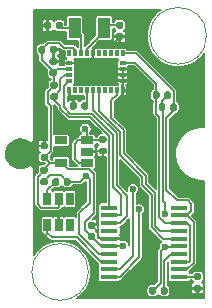
<source format=gtl>
G04 #@! TF.GenerationSoftware,KiCad,Pcbnew,5.1.10-88a1d61d58~90~ubuntu20.04.1*
G04 #@! TF.CreationDate,2021-10-26T15:29:24+01:00*
G04 #@! TF.ProjectId,IMU,494d552e-6b69-4636-9164-5f7063625858,rev?*
G04 #@! TF.SameCoordinates,Original*
G04 #@! TF.FileFunction,Copper,L1,Top*
G04 #@! TF.FilePolarity,Positive*
%FSLAX46Y46*%
G04 Gerber Fmt 4.6, Leading zero omitted, Abs format (unit mm)*
G04 Created by KiCad (PCBNEW 5.1.10-88a1d61d58~90~ubuntu20.04.1) date 2021-10-26 15:29:24*
%MOMM*%
%LPD*%
G01*
G04 APERTURE LIST*
G04 #@! TA.AperFunction,EtchedComponent*
%ADD10C,0.050000*%
G04 #@! TD*
G04 #@! TA.AperFunction,SMDPad,CuDef*
%ADD11R,0.650000X1.060000*%
G04 #@! TD*
G04 #@! TA.AperFunction,SMDPad,CuDef*
%ADD12R,1.060000X0.650000*%
G04 #@! TD*
G04 #@! TA.AperFunction,SMDPad,CuDef*
%ADD13R,0.300000X0.500000*%
G04 #@! TD*
G04 #@! TA.AperFunction,SMDPad,CuDef*
%ADD14R,0.500000X0.300000*%
G04 #@! TD*
G04 #@! TA.AperFunction,SMDPad,CuDef*
%ADD15R,1.000000X1.800000*%
G04 #@! TD*
G04 #@! TA.AperFunction,SMDPad,CuDef*
%ADD16R,1.450000X0.450000*%
G04 #@! TD*
G04 #@! TA.AperFunction,ViaPad*
%ADD17C,0.600000*%
G04 #@! TD*
G04 #@! TA.AperFunction,Conductor*
%ADD18C,0.150000*%
G04 #@! TD*
G04 #@! TA.AperFunction,Conductor*
%ADD19C,0.100000*%
G04 #@! TD*
G04 APERTURE END LIST*
D10*
X4900000Y-22500000D02*
G75*
G03*
X4900000Y-22500000I-2400000J0D01*
G01*
X14900000Y-2500000D02*
G75*
G03*
X14900000Y-2500000I-2400000J0D01*
G01*
G04 #@! TA.AperFunction,SMDPad,CuDef*
G36*
G01*
X3920000Y-8257500D02*
X3920000Y-8602500D01*
G75*
G02*
X3772500Y-8750000I-147500J0D01*
G01*
X3477500Y-8750000D01*
G75*
G02*
X3330000Y-8602500I0J147500D01*
G01*
X3330000Y-8257500D01*
G75*
G02*
X3477500Y-8110000I147500J0D01*
G01*
X3772500Y-8110000D01*
G75*
G02*
X3920000Y-8257500I0J-147500D01*
G01*
G37*
G04 #@! TD.AperFunction*
G04 #@! TA.AperFunction,SMDPad,CuDef*
G36*
G01*
X4890000Y-8257500D02*
X4890000Y-8602500D01*
G75*
G02*
X4742500Y-8750000I-147500J0D01*
G01*
X4447500Y-8750000D01*
G75*
G02*
X4300000Y-8602500I0J147500D01*
G01*
X4300000Y-8257500D01*
G75*
G02*
X4447500Y-8110000I147500J0D01*
G01*
X4742500Y-8110000D01*
G75*
G02*
X4890000Y-8257500I0J-147500D01*
G01*
G37*
G04 #@! TD.AperFunction*
G04 #@! TA.AperFunction,SMDPad,CuDef*
G36*
G01*
X1840000Y-15032500D02*
X1840000Y-14687500D01*
G75*
G02*
X1987500Y-14540000I147500J0D01*
G01*
X2282500Y-14540000D01*
G75*
G02*
X2430000Y-14687500I0J-147500D01*
G01*
X2430000Y-15032500D01*
G75*
G02*
X2282500Y-15180000I-147500J0D01*
G01*
X1987500Y-15180000D01*
G75*
G02*
X1840000Y-15032500I0J147500D01*
G01*
G37*
G04 #@! TD.AperFunction*
G04 #@! TA.AperFunction,SMDPad,CuDef*
G36*
G01*
X2810000Y-15032500D02*
X2810000Y-14687500D01*
G75*
G02*
X2957500Y-14540000I147500J0D01*
G01*
X3252500Y-14540000D01*
G75*
G02*
X3400000Y-14687500I0J-147500D01*
G01*
X3400000Y-15032500D01*
G75*
G02*
X3252500Y-15180000I-147500J0D01*
G01*
X2957500Y-15180000D01*
G75*
G02*
X2810000Y-15032500I0J147500D01*
G01*
G37*
G04 #@! TD.AperFunction*
D11*
X1430000Y-18500000D03*
X2380000Y-18500000D03*
X3330000Y-18500000D03*
X3330000Y-16300000D03*
X1430000Y-16300000D03*
X2380000Y-16300000D03*
G04 #@! TA.AperFunction,SMDPad,CuDef*
G36*
G01*
X14322500Y-23200000D02*
X13977500Y-23200000D01*
G75*
G02*
X13830000Y-23052500I0J147500D01*
G01*
X13830000Y-22757500D01*
G75*
G02*
X13977500Y-22610000I147500J0D01*
G01*
X14322500Y-22610000D01*
G75*
G02*
X14470000Y-22757500I0J-147500D01*
G01*
X14470000Y-23052500D01*
G75*
G02*
X14322500Y-23200000I-147500J0D01*
G01*
G37*
G04 #@! TD.AperFunction*
G04 #@! TA.AperFunction,SMDPad,CuDef*
G36*
G01*
X14322500Y-24170000D02*
X13977500Y-24170000D01*
G75*
G02*
X13830000Y-24022500I0J147500D01*
G01*
X13830000Y-23727500D01*
G75*
G02*
X13977500Y-23580000I147500J0D01*
G01*
X14322500Y-23580000D01*
G75*
G02*
X14470000Y-23727500I0J-147500D01*
G01*
X14470000Y-24022500D01*
G75*
G02*
X14322500Y-24170000I-147500J0D01*
G01*
G37*
G04 #@! TD.AperFunction*
D12*
X4764000Y-13250000D03*
X4764000Y-12300000D03*
X4764000Y-11350000D03*
X2564000Y-11350000D03*
X2564000Y-13250000D03*
G04 #@! TA.AperFunction,SMDPad,CuDef*
G36*
G01*
X11805000Y-8722500D02*
X11805000Y-8377500D01*
G75*
G02*
X11952500Y-8230000I147500J0D01*
G01*
X12247500Y-8230000D01*
G75*
G02*
X12395000Y-8377500I0J-147500D01*
G01*
X12395000Y-8722500D01*
G75*
G02*
X12247500Y-8870000I-147500J0D01*
G01*
X11952500Y-8870000D01*
G75*
G02*
X11805000Y-8722500I0J147500D01*
G01*
G37*
G04 #@! TD.AperFunction*
G04 #@! TA.AperFunction,SMDPad,CuDef*
G36*
G01*
X10835000Y-8722500D02*
X10835000Y-8377500D01*
G75*
G02*
X10982500Y-8230000I147500J0D01*
G01*
X11277500Y-8230000D01*
G75*
G02*
X11425000Y-8377500I0J-147500D01*
G01*
X11425000Y-8722500D01*
G75*
G02*
X11277500Y-8870000I-147500J0D01*
G01*
X10982500Y-8870000D01*
G75*
G02*
X10835000Y-8722500I0J147500D01*
G01*
G37*
G04 #@! TD.AperFunction*
G04 #@! TA.AperFunction,SMDPad,CuDef*
G36*
G01*
X10930000Y-7357500D02*
X10930000Y-7702500D01*
G75*
G02*
X10782500Y-7850000I-147500J0D01*
G01*
X10487500Y-7850000D01*
G75*
G02*
X10340000Y-7702500I0J147500D01*
G01*
X10340000Y-7357500D01*
G75*
G02*
X10487500Y-7210000I147500J0D01*
G01*
X10782500Y-7210000D01*
G75*
G02*
X10930000Y-7357500I0J-147500D01*
G01*
G37*
G04 #@! TD.AperFunction*
G04 #@! TA.AperFunction,SMDPad,CuDef*
G36*
G01*
X11900000Y-7357500D02*
X11900000Y-7702500D01*
G75*
G02*
X11752500Y-7850000I-147500J0D01*
G01*
X11457500Y-7850000D01*
G75*
G02*
X11310000Y-7702500I0J147500D01*
G01*
X11310000Y-7357500D01*
G75*
G02*
X11457500Y-7210000I147500J0D01*
G01*
X11752500Y-7210000D01*
G75*
G02*
X11900000Y-7357500I0J-147500D01*
G01*
G37*
G04 #@! TD.AperFunction*
G04 #@! TA.AperFunction,SMDPad,CuDef*
G36*
G01*
X10630000Y-23917500D02*
X10630000Y-24262500D01*
G75*
G02*
X10482500Y-24410000I-147500J0D01*
G01*
X10187500Y-24410000D01*
G75*
G02*
X10040000Y-24262500I0J147500D01*
G01*
X10040000Y-23917500D01*
G75*
G02*
X10187500Y-23770000I147500J0D01*
G01*
X10482500Y-23770000D01*
G75*
G02*
X10630000Y-23917500I0J-147500D01*
G01*
G37*
G04 #@! TD.AperFunction*
G04 #@! TA.AperFunction,SMDPad,CuDef*
G36*
G01*
X11600000Y-23917500D02*
X11600000Y-24262500D01*
G75*
G02*
X11452500Y-24410000I-147500J0D01*
G01*
X11157500Y-24410000D01*
G75*
G02*
X11010000Y-24262500I0J147500D01*
G01*
X11010000Y-23917500D01*
G75*
G02*
X11157500Y-23770000I147500J0D01*
G01*
X11452500Y-23770000D01*
G75*
G02*
X11600000Y-23917500I0J-147500D01*
G01*
G37*
G04 #@! TD.AperFunction*
G04 #@! TA.AperFunction,SMDPad,CuDef*
G36*
G01*
X2092500Y-4960000D02*
X1747500Y-4960000D01*
G75*
G02*
X1600000Y-4812500I0J147500D01*
G01*
X1600000Y-4517500D01*
G75*
G02*
X1747500Y-4370000I147500J0D01*
G01*
X2092500Y-4370000D01*
G75*
G02*
X2240000Y-4517500I0J-147500D01*
G01*
X2240000Y-4812500D01*
G75*
G02*
X2092500Y-4960000I-147500J0D01*
G01*
G37*
G04 #@! TD.AperFunction*
G04 #@! TA.AperFunction,SMDPad,CuDef*
G36*
G01*
X2092500Y-5930000D02*
X1747500Y-5930000D01*
G75*
G02*
X1600000Y-5782500I0J147500D01*
G01*
X1600000Y-5487500D01*
G75*
G02*
X1747500Y-5340000I147500J0D01*
G01*
X2092500Y-5340000D01*
G75*
G02*
X2240000Y-5487500I0J-147500D01*
G01*
X2240000Y-5782500D01*
G75*
G02*
X2092500Y-5930000I-147500J0D01*
G01*
G37*
G04 #@! TD.AperFunction*
G04 #@! TA.AperFunction,SMDPad,CuDef*
G36*
G01*
X5342500Y-18830000D02*
X4997500Y-18830000D01*
G75*
G02*
X4850000Y-18682500I0J147500D01*
G01*
X4850000Y-18387500D01*
G75*
G02*
X4997500Y-18240000I147500J0D01*
G01*
X5342500Y-18240000D01*
G75*
G02*
X5490000Y-18387500I0J-147500D01*
G01*
X5490000Y-18682500D01*
G75*
G02*
X5342500Y-18830000I-147500J0D01*
G01*
G37*
G04 #@! TD.AperFunction*
G04 #@! TA.AperFunction,SMDPad,CuDef*
G36*
G01*
X5342500Y-19800000D02*
X4997500Y-19800000D01*
G75*
G02*
X4850000Y-19652500I0J147500D01*
G01*
X4850000Y-19357500D01*
G75*
G02*
X4997500Y-19210000I147500J0D01*
G01*
X5342500Y-19210000D01*
G75*
G02*
X5490000Y-19357500I0J-147500D01*
G01*
X5490000Y-19652500D01*
G75*
G02*
X5342500Y-19800000I-147500J0D01*
G01*
G37*
G04 #@! TD.AperFunction*
G04 #@! TA.AperFunction,SMDPad,CuDef*
G36*
G01*
X5947500Y-10990000D02*
X6292500Y-10990000D01*
G75*
G02*
X6440000Y-11137500I0J-147500D01*
G01*
X6440000Y-11432500D01*
G75*
G02*
X6292500Y-11580000I-147500J0D01*
G01*
X5947500Y-11580000D01*
G75*
G02*
X5800000Y-11432500I0J147500D01*
G01*
X5800000Y-11137500D01*
G75*
G02*
X5947500Y-10990000I147500J0D01*
G01*
G37*
G04 #@! TD.AperFunction*
G04 #@! TA.AperFunction,SMDPad,CuDef*
G36*
G01*
X5947500Y-11960000D02*
X6292500Y-11960000D01*
G75*
G02*
X6440000Y-12107500I0J-147500D01*
G01*
X6440000Y-12402500D01*
G75*
G02*
X6292500Y-12550000I-147500J0D01*
G01*
X5947500Y-12550000D01*
G75*
G02*
X5800000Y-12402500I0J147500D01*
G01*
X5800000Y-12107500D01*
G75*
G02*
X5947500Y-11960000I147500J0D01*
G01*
G37*
G04 #@! TD.AperFunction*
D13*
X3298400Y-3982100D03*
X3798400Y-3982100D03*
X4298400Y-3982100D03*
X4798400Y-3982100D03*
X5298400Y-3982100D03*
X5798400Y-3982100D03*
X6298400Y-3982100D03*
X6798400Y-3982100D03*
X7298400Y-3982100D03*
X7798400Y-3982100D03*
X3298400Y-7107100D03*
X3798400Y-7107100D03*
X4298400Y-7107100D03*
X4798400Y-7107100D03*
X5298400Y-7107100D03*
X5798400Y-7107100D03*
X6298400Y-7107100D03*
X6798400Y-7107100D03*
X7298400Y-7107100D03*
X7798400Y-7107100D03*
D14*
X3285900Y-4794600D03*
X3285900Y-5294600D03*
X3285900Y-5794600D03*
X3285900Y-6294600D03*
X7810900Y-4794600D03*
X7810900Y-5294600D03*
X7810900Y-5794600D03*
X7810900Y-6294600D03*
G04 #@! TA.AperFunction,SMDPad,CuDef*
G36*
G01*
X1817500Y-7350000D02*
X2162500Y-7350000D01*
G75*
G02*
X2310000Y-7497500I0J-147500D01*
G01*
X2310000Y-7792500D01*
G75*
G02*
X2162500Y-7940000I-147500J0D01*
G01*
X1817500Y-7940000D01*
G75*
G02*
X1670000Y-7792500I0J147500D01*
G01*
X1670000Y-7497500D01*
G75*
G02*
X1817500Y-7350000I147500J0D01*
G01*
G37*
G04 #@! TD.AperFunction*
G04 #@! TA.AperFunction,SMDPad,CuDef*
G36*
G01*
X1817500Y-6380000D02*
X2162500Y-6380000D01*
G75*
G02*
X2310000Y-6527500I0J-147500D01*
G01*
X2310000Y-6822500D01*
G75*
G02*
X2162500Y-6970000I-147500J0D01*
G01*
X1817500Y-6970000D01*
G75*
G02*
X1670000Y-6822500I0J147500D01*
G01*
X1670000Y-6527500D01*
G75*
G02*
X1817500Y-6380000I147500J0D01*
G01*
G37*
G04 #@! TD.AperFunction*
G04 #@! TA.AperFunction,SMDPad,CuDef*
G36*
G01*
X1640000Y-3852500D02*
X1640000Y-3507500D01*
G75*
G02*
X1787500Y-3360000I147500J0D01*
G01*
X2082500Y-3360000D01*
G75*
G02*
X2230000Y-3507500I0J-147500D01*
G01*
X2230000Y-3852500D01*
G75*
G02*
X2082500Y-4000000I-147500J0D01*
G01*
X1787500Y-4000000D01*
G75*
G02*
X1640000Y-3852500I0J147500D01*
G01*
G37*
G04 #@! TD.AperFunction*
G04 #@! TA.AperFunction,SMDPad,CuDef*
G36*
G01*
X670000Y-3852500D02*
X670000Y-3507500D01*
G75*
G02*
X817500Y-3360000I147500J0D01*
G01*
X1112500Y-3360000D01*
G75*
G02*
X1260000Y-3507500I0J-147500D01*
G01*
X1260000Y-3852500D01*
G75*
G02*
X1112500Y-4000000I-147500J0D01*
G01*
X817500Y-4000000D01*
G75*
G02*
X670000Y-3852500I0J147500D01*
G01*
G37*
G04 #@! TD.AperFunction*
D15*
X6225000Y-1850000D03*
X3725000Y-1850000D03*
G04 #@! TA.AperFunction,SMDPad,CuDef*
G36*
G01*
X1750000Y-1467500D02*
X1750000Y-1812500D01*
G75*
G02*
X1602500Y-1960000I-147500J0D01*
G01*
X1307500Y-1960000D01*
G75*
G02*
X1160000Y-1812500I0J147500D01*
G01*
X1160000Y-1467500D01*
G75*
G02*
X1307500Y-1320000I147500J0D01*
G01*
X1602500Y-1320000D01*
G75*
G02*
X1750000Y-1467500I0J-147500D01*
G01*
G37*
G04 #@! TD.AperFunction*
G04 #@! TA.AperFunction,SMDPad,CuDef*
G36*
G01*
X2720000Y-1467500D02*
X2720000Y-1812500D01*
G75*
G02*
X2572500Y-1960000I-147500J0D01*
G01*
X2277500Y-1960000D01*
G75*
G02*
X2130000Y-1812500I0J147500D01*
G01*
X2130000Y-1467500D01*
G75*
G02*
X2277500Y-1320000I147500J0D01*
G01*
X2572500Y-1320000D01*
G75*
G02*
X2720000Y-1467500I0J-147500D01*
G01*
G37*
G04 #@! TD.AperFunction*
G04 #@! TA.AperFunction,SMDPad,CuDef*
G36*
G01*
X7377500Y-2270000D02*
X7722500Y-2270000D01*
G75*
G02*
X7870000Y-2417500I0J-147500D01*
G01*
X7870000Y-2712500D01*
G75*
G02*
X7722500Y-2860000I-147500J0D01*
G01*
X7377500Y-2860000D01*
G75*
G02*
X7230000Y-2712500I0J147500D01*
G01*
X7230000Y-2417500D01*
G75*
G02*
X7377500Y-2270000I147500J0D01*
G01*
G37*
G04 #@! TD.AperFunction*
G04 #@! TA.AperFunction,SMDPad,CuDef*
G36*
G01*
X7377500Y-1300000D02*
X7722500Y-1300000D01*
G75*
G02*
X7870000Y-1447500I0J-147500D01*
G01*
X7870000Y-1742500D01*
G75*
G02*
X7722500Y-1890000I-147500J0D01*
G01*
X7377500Y-1890000D01*
G75*
G02*
X7230000Y-1742500I0J147500D01*
G01*
X7230000Y-1447500D01*
G75*
G02*
X7377500Y-1300000I147500J0D01*
G01*
G37*
G04 #@! TD.AperFunction*
D16*
X6680000Y-22915000D03*
X6680000Y-22265000D03*
X6680000Y-21615000D03*
X6680000Y-20965000D03*
X6680000Y-20315000D03*
X6680000Y-19665000D03*
X6680000Y-19015000D03*
X6680000Y-18365000D03*
X6680000Y-17715000D03*
X6680000Y-17065000D03*
X12580000Y-17065000D03*
X12580000Y-17715000D03*
X12580000Y-18365000D03*
X12580000Y-19015000D03*
X12580000Y-19665000D03*
X12580000Y-20315000D03*
X12580000Y-20965000D03*
X12580000Y-21615000D03*
X12580000Y-22265000D03*
X12580000Y-22915000D03*
G04 #@! TA.AperFunction,SMDPad,CuDef*
G36*
G01*
X1312500Y-14180000D02*
X967500Y-14180000D01*
G75*
G02*
X820000Y-14032500I0J147500D01*
G01*
X820000Y-13737500D01*
G75*
G02*
X967500Y-13590000I147500J0D01*
G01*
X1312500Y-13590000D01*
G75*
G02*
X1460000Y-13737500I0J-147500D01*
G01*
X1460000Y-14032500D01*
G75*
G02*
X1312500Y-14180000I-147500J0D01*
G01*
G37*
G04 #@! TD.AperFunction*
G04 #@! TA.AperFunction,SMDPad,CuDef*
G36*
G01*
X1312500Y-15150000D02*
X967500Y-15150000D01*
G75*
G02*
X820000Y-15002500I0J147500D01*
G01*
X820000Y-14707500D01*
G75*
G02*
X967500Y-14560000I147500J0D01*
G01*
X1312500Y-14560000D01*
G75*
G02*
X1460000Y-14707500I0J-147500D01*
G01*
X1460000Y-15002500D01*
G75*
G02*
X1312500Y-15150000I-147500J0D01*
G01*
G37*
G04 #@! TD.AperFunction*
G04 #@! TA.AperFunction,SMDPad,CuDef*
G36*
G01*
X1336500Y-13080000D02*
X991500Y-13080000D01*
G75*
G02*
X844000Y-12932500I0J147500D01*
G01*
X844000Y-12637500D01*
G75*
G02*
X991500Y-12490000I147500J0D01*
G01*
X1336500Y-12490000D01*
G75*
G02*
X1484000Y-12637500I0J-147500D01*
G01*
X1484000Y-12932500D01*
G75*
G02*
X1336500Y-13080000I-147500J0D01*
G01*
G37*
G04 #@! TD.AperFunction*
G04 #@! TA.AperFunction,SMDPad,CuDef*
G36*
G01*
X1336500Y-12110000D02*
X991500Y-12110000D01*
G75*
G02*
X844000Y-11962500I0J147500D01*
G01*
X844000Y-11667500D01*
G75*
G02*
X991500Y-11520000I147500J0D01*
G01*
X1336500Y-11520000D01*
G75*
G02*
X1484000Y-11667500I0J-147500D01*
G01*
X1484000Y-11962500D01*
G75*
G02*
X1336500Y-12110000I-147500J0D01*
G01*
G37*
G04 #@! TD.AperFunction*
D17*
X4640000Y-10390000D03*
X5151268Y-24248732D03*
X7620000Y-762000D03*
X2650000Y-750000D03*
X8680000Y-5830000D03*
X8540000Y-3050000D03*
X2660000Y-4760000D03*
X7370000Y-8580000D03*
X2250686Y-17593150D03*
X9190000Y-10490000D03*
X12340000Y-6290000D03*
X2500000Y-9660000D03*
X2600000Y-12370000D03*
X4360000Y-16520000D03*
X1130000Y-9590000D03*
X3420000Y-7790000D03*
X7870000Y-19440000D03*
X10378361Y-14860000D03*
X12110000Y-15240000D03*
X10110000Y-19650000D03*
X8530000Y-14550000D03*
X9540000Y-16460000D03*
X12260000Y-9920000D03*
X12740000Y-23970000D03*
X9110000Y-24030000D03*
X6010000Y-14550000D03*
X6030000Y-16380000D03*
X990000Y-5640000D03*
X5330000Y-5490000D03*
X1460000Y-2530000D03*
X10070000Y-20940000D03*
X14207076Y-22085295D03*
X7860000Y-20280000D03*
X11360000Y-20370000D03*
X11404998Y-17611531D03*
X4735000Y-14345000D03*
X9200000Y-17206219D03*
X8675000Y-15500000D03*
D18*
X4040000Y-11350000D02*
X3730000Y-11660000D01*
X4764000Y-11350000D02*
X4040000Y-11350000D01*
X4084000Y-13250000D02*
X4764000Y-13250000D01*
X3730000Y-12896000D02*
X4084000Y-13250000D01*
X3730000Y-11660000D02*
X3730000Y-12896000D01*
X6055000Y-11350000D02*
X6120000Y-11285000D01*
X4764000Y-11350000D02*
X6055000Y-11350000D01*
X4764000Y-10514000D02*
X4640000Y-10390000D01*
X4764000Y-11350000D02*
X4764000Y-10514000D01*
X7810900Y-6294600D02*
X7810900Y-7270900D01*
X7798400Y-7258400D02*
X7798400Y-7107100D01*
X7810900Y-7270900D02*
X7798400Y-7258400D01*
X5980497Y-2995001D02*
X7119999Y-2995001D01*
X7119999Y-2995001D02*
X7550000Y-2565000D01*
X6210900Y-5294600D02*
X7810900Y-5294600D01*
X5298400Y-4382100D02*
X6210900Y-5294600D01*
X5298400Y-3982100D02*
X5298400Y-4382100D01*
X5298400Y-3677098D02*
X5980497Y-2995001D01*
X5298400Y-3982100D02*
X5298400Y-3677098D01*
X7810900Y-5294600D02*
X7810900Y-5794600D01*
X7810900Y-5794600D02*
X7810900Y-6294600D01*
X5298400Y-4287102D02*
X5298400Y-3982100D01*
X4790902Y-4794600D02*
X5298400Y-4287102D01*
X3285900Y-4794600D02*
X4790902Y-4794600D01*
X14719388Y-24680612D02*
X14679533Y-24720467D01*
X14719388Y-20619388D02*
X14719388Y-24680612D01*
X14720935Y-20617841D02*
X14719388Y-20619388D01*
X14679533Y-24720467D02*
X11871331Y-24721332D01*
X11871331Y-24721332D02*
X11870454Y-24720454D01*
X4809000Y-12255000D02*
X4764000Y-12300000D01*
X6120000Y-12255000D02*
X4809000Y-12255000D01*
X5974998Y-19665000D02*
X6680000Y-19665000D01*
X5729999Y-19420001D02*
X5974998Y-19665000D01*
X5729999Y-19094999D02*
X5729999Y-19420001D01*
X2380000Y-17722464D02*
X2250686Y-17593150D01*
X2380000Y-18500000D02*
X2380000Y-17722464D01*
X14712894Y-20447474D02*
X14707710Y-20442290D01*
X14713318Y-20749397D02*
X14712894Y-20447474D01*
X11870454Y-24720454D02*
X10089546Y-24720454D01*
X10089546Y-24720454D02*
X9570454Y-24720454D01*
X14724238Y-5324239D02*
X14723605Y-9799983D01*
X13693754Y-5300000D02*
X14700000Y-5300000D01*
X3595853Y-19846876D02*
X1853124Y-19846876D01*
X13546877Y-5153123D02*
X13693754Y-5300000D01*
X9848731Y-1301269D02*
X9848731Y-3599697D01*
X1739891Y-19960109D02*
X1160109Y-19960109D01*
X12172219Y-13402219D02*
X13750000Y-14980000D01*
X13684438Y-10090000D02*
X14433588Y-10090000D01*
X10050000Y-1100000D02*
X9848731Y-1301269D01*
X9225010Y-275010D02*
X10050000Y-1100000D01*
X324990Y-275010D02*
X9225010Y-275010D01*
X6661508Y-24722938D02*
X9077807Y-24722193D01*
X275377Y-324623D02*
X324990Y-275010D01*
X14700000Y-5300000D02*
X14724238Y-5324239D01*
X5427776Y-24722224D02*
X5255552Y-24550000D01*
X11402157Y-5153123D02*
X13546877Y-5153123D01*
X275377Y-13590526D02*
X275377Y-324623D01*
X6662222Y-24722224D02*
X5427776Y-24722224D01*
X9848731Y-3599697D02*
X11402157Y-5153123D01*
X275201Y-19075200D02*
X275377Y-13590526D01*
X6661508Y-24722938D02*
X6662222Y-24722224D01*
X14433588Y-10090000D02*
X14723605Y-9799983D01*
X12172219Y-11602219D02*
X12172219Y-13402219D01*
X1160109Y-19960109D02*
X275201Y-19075200D01*
X1853124Y-19846876D02*
X1739891Y-19960109D01*
X14370000Y-14980000D02*
X13750000Y-14980000D01*
X14705703Y-15315703D02*
X14370000Y-14980000D01*
X14707710Y-16748013D02*
X14705703Y-15315703D01*
X14707710Y-20442290D02*
X14707710Y-16748013D01*
X5255552Y-21506575D02*
X3595853Y-19846876D01*
X5255552Y-24550000D02*
X5255552Y-21506575D01*
X12172219Y-11602219D02*
X13684438Y-10090000D01*
X3615000Y-7985000D02*
X3420000Y-7790000D01*
X3615000Y-8470000D02*
X3615000Y-7985000D01*
X3298400Y-7668400D02*
X3420000Y-7790000D01*
X3298400Y-7107100D02*
X3298400Y-7668400D01*
X5170000Y-18535000D02*
X5729999Y-19094999D01*
X7645000Y-19665000D02*
X7870000Y-19440000D01*
X6680000Y-19665000D02*
X7645000Y-19665000D01*
X5444000Y-12300000D02*
X4764000Y-12300000D01*
X5635019Y-12491019D02*
X5444000Y-12300000D01*
X5490000Y-18535000D02*
X5635019Y-18389981D01*
X5170000Y-18535000D02*
X5490000Y-18535000D01*
X5635019Y-14175019D02*
X6010000Y-14550000D01*
X5635019Y-13634981D02*
X5635019Y-14175019D01*
X5635019Y-13634981D02*
X5635019Y-12491019D01*
X5955019Y-16305019D02*
X6030000Y-16380000D01*
X5635019Y-16305019D02*
X5955019Y-16305019D01*
X5635019Y-18389981D02*
X5635019Y-16305019D01*
X5635019Y-16305019D02*
X5635019Y-13634981D01*
X1935000Y-4650000D02*
X1920000Y-4665000D01*
X1935000Y-3680000D02*
X1935000Y-4650000D01*
X2694600Y-4794600D02*
X2660000Y-4760000D01*
X3285900Y-4794600D02*
X2694600Y-4794600D01*
X2565000Y-4665000D02*
X2660000Y-4760000D01*
X1920000Y-4665000D02*
X2565000Y-4665000D01*
X1659000Y-13280000D02*
X1164000Y-12785000D01*
X2374000Y-13280000D02*
X1659000Y-13280000D01*
X1164000Y-12785000D02*
X1164000Y-12831000D01*
X5980000Y-20315000D02*
X6680000Y-20315000D01*
X5170000Y-19505000D02*
X5980000Y-20315000D01*
X2304999Y-17055001D02*
X2380000Y-16980000D01*
X924999Y-17055001D02*
X2304999Y-17055001D01*
X594990Y-16724992D02*
X924999Y-17055001D01*
X594990Y-14430010D02*
X594990Y-16724992D01*
X1140000Y-13885000D02*
X594990Y-14430010D01*
X1140000Y-13799000D02*
X1659000Y-13280000D01*
X1140000Y-13885000D02*
X1140000Y-13799000D01*
X2380000Y-16300000D02*
X2380000Y-16980000D01*
X7825000Y-20315000D02*
X7860000Y-20280000D01*
X6680000Y-20315000D02*
X7825000Y-20315000D01*
X12525000Y-20370000D02*
X12580000Y-20315000D01*
X11360000Y-20370000D02*
X12525000Y-20370000D01*
X11360000Y-20370000D02*
X11004990Y-20725010D01*
X11004990Y-23420010D02*
X10335000Y-24090000D01*
X11004990Y-20725010D02*
X11004990Y-23420010D01*
X4624990Y-18959990D02*
X5170000Y-19505000D01*
X4624990Y-18233200D02*
X4624990Y-18959990D01*
X5335009Y-17523181D02*
X4624990Y-18233200D01*
X5335009Y-14168007D02*
X5335009Y-17523181D01*
X4987001Y-13819999D02*
X5335009Y-14168007D01*
X3133999Y-13819999D02*
X4987001Y-13819999D01*
X2564000Y-13250000D02*
X3133999Y-13819999D01*
X11130000Y-8005000D02*
X11605000Y-7530000D01*
X11130000Y-8550000D02*
X11130000Y-8005000D01*
X11203371Y-8623371D02*
X11130000Y-8550000D01*
X11203371Y-16493371D02*
X11203371Y-8623371D01*
X11404998Y-16694998D02*
X11203371Y-16493371D01*
X11404998Y-17611531D02*
X11404998Y-16694998D01*
X1990000Y-5705000D02*
X1920000Y-5635000D01*
X1990000Y-6675000D02*
X1990000Y-5705000D01*
X1920000Y-5635000D02*
X2260400Y-5294600D01*
X2260400Y-5294600D02*
X3285900Y-5294600D01*
X1920000Y-5511810D02*
X1920000Y-5635000D01*
X965000Y-4556810D02*
X1920000Y-5511810D01*
X965000Y-3680000D02*
X965000Y-4556810D01*
X1510010Y-3134990D02*
X965000Y-3680000D01*
X2822901Y-3507099D02*
X2450792Y-3134990D01*
X3628401Y-3507099D02*
X2822901Y-3507099D01*
X3798400Y-3677098D02*
X3628401Y-3507099D01*
X2450792Y-3134990D02*
X1510010Y-3134990D01*
X3798400Y-3982100D02*
X3798400Y-3677098D01*
X1444990Y-7220010D02*
X1990000Y-6675000D01*
X1444990Y-8194990D02*
X1444990Y-7220010D01*
X1709010Y-8459010D02*
X1444990Y-8194990D01*
X1709010Y-12239990D02*
X1709010Y-8459010D01*
X1164000Y-12785000D02*
X1709010Y-12239990D01*
X3105000Y-14860000D02*
X4220000Y-14860000D01*
X2559990Y-14314990D02*
X3105000Y-14860000D01*
X1680010Y-14314990D02*
X2559990Y-14314990D01*
X1140000Y-14855000D02*
X1680010Y-14314990D01*
X4220000Y-14860000D02*
X4735000Y-14345000D01*
X5034999Y-14644999D02*
X4735000Y-14345000D01*
X5034999Y-16622003D02*
X5034999Y-14644999D01*
X4130000Y-17527002D02*
X5034999Y-16622003D01*
X4130000Y-19311810D02*
X4130000Y-17527002D01*
X5783190Y-20965000D02*
X4130000Y-19311810D01*
X6680000Y-20965000D02*
X5783190Y-20965000D01*
X8873602Y-4794600D02*
X7810900Y-4794600D01*
X10635000Y-6555998D02*
X8873602Y-4794600D01*
X10635000Y-7530000D02*
X10635000Y-6555998D01*
X10879997Y-17359530D02*
X10879997Y-17863532D01*
X10879997Y-17863532D02*
X11381465Y-18365000D01*
X10903361Y-9373361D02*
X10903361Y-17336166D01*
X10903361Y-17336166D02*
X10879997Y-17359530D01*
X10609990Y-9079990D02*
X10903361Y-9373361D01*
X10609990Y-8223200D02*
X10609990Y-9079990D01*
X10635000Y-8198190D02*
X10609990Y-8223200D01*
X11381465Y-18365000D02*
X12580000Y-18365000D01*
X10635000Y-7530000D02*
X10635000Y-8198190D01*
X13285002Y-18365000D02*
X12580000Y-18365000D01*
X13530001Y-18609999D02*
X13285002Y-18365000D01*
X13530001Y-21539999D02*
X13530001Y-18609999D01*
X13455000Y-21615000D02*
X13530001Y-21539999D01*
X12580000Y-21615000D02*
X13455000Y-21615000D01*
X12125010Y-8524990D02*
X12100000Y-8550000D01*
X12125010Y-7203200D02*
X12125010Y-8524990D01*
X8903910Y-3982100D02*
X12125010Y-7203200D01*
X7798400Y-3982100D02*
X8903910Y-3982100D01*
X13265000Y-17715000D02*
X12580000Y-17715000D01*
X13830010Y-18280010D02*
X13265000Y-17715000D01*
X13830010Y-21719992D02*
X13830010Y-18280010D01*
X13285002Y-22265000D02*
X13830010Y-21719992D01*
X12580000Y-22265000D02*
X13285002Y-22265000D01*
X11503381Y-15533381D02*
X11503381Y-9466619D01*
X12410000Y-16440000D02*
X11503381Y-15533381D01*
X13625000Y-16754998D02*
X13310002Y-16440000D01*
X12100000Y-8870000D02*
X12100000Y-8550000D01*
X13625000Y-17375002D02*
X13625000Y-16754998D01*
X13285002Y-17715000D02*
X13625000Y-17375002D01*
X11503381Y-9466619D02*
X12100000Y-8870000D01*
X13310002Y-16440000D02*
X12410000Y-16440000D01*
X12580000Y-17715000D02*
X13285002Y-17715000D01*
X9200000Y-21270000D02*
X9200000Y-17206219D01*
X7555000Y-22915000D02*
X9200000Y-21270000D01*
X6680000Y-22915000D02*
X7555000Y-22915000D01*
X8675000Y-21145000D02*
X8675000Y-15500000D01*
X7555000Y-22265000D02*
X8675000Y-21145000D01*
X6680000Y-22265000D02*
X7555000Y-22265000D01*
X1430000Y-15565000D02*
X2135000Y-14860000D01*
X1430000Y-16300000D02*
X1430000Y-15565000D01*
X7298400Y-7521600D02*
X7298400Y-7107100D01*
X6844999Y-7975001D02*
X7298400Y-7521600D01*
X7880040Y-10501118D02*
X6844999Y-9466077D01*
X7880040Y-12465762D02*
X7880040Y-10501118D01*
X6844999Y-9466077D02*
X6844999Y-7975001D01*
X10560010Y-18595732D02*
X10560009Y-15825731D01*
X10979278Y-19015000D02*
X10560010Y-18595732D01*
X12580000Y-19015000D02*
X10979278Y-19015000D01*
X9770010Y-15035732D02*
X9770009Y-14355731D01*
X10560009Y-15825731D02*
X9770010Y-15035732D01*
X9770009Y-14355731D02*
X7880040Y-12465762D01*
X4298400Y-2438400D02*
X4298400Y-3982100D01*
X3730000Y-1870000D02*
X4298400Y-2438400D01*
X2655000Y-1870000D02*
X2425000Y-1640000D01*
X3730000Y-1870000D02*
X2655000Y-1870000D01*
X4798400Y-3582100D02*
X6230000Y-2150500D01*
X4798400Y-3982100D02*
X4798400Y-3582100D01*
X6505000Y-1595000D02*
X6230000Y-1870000D01*
X7550000Y-1595000D02*
X6505000Y-1595000D01*
X6230000Y-2150500D02*
X6230000Y-1870000D01*
X11874998Y-20965000D02*
X12580000Y-20965000D01*
X11305000Y-21534998D02*
X11874998Y-20965000D01*
X11305000Y-24090000D02*
X11305000Y-21534998D01*
X6680000Y-10998190D02*
X6680000Y-17065000D01*
X5061820Y-9380010D02*
X6680000Y-10998190D01*
X3253922Y-9380010D02*
X5061820Y-9380010D01*
X2535011Y-8661099D02*
X3253922Y-9380010D01*
X2535010Y-8485010D02*
X2535011Y-8661099D01*
X1990000Y-7940000D02*
X2535010Y-8485010D01*
X1990000Y-7645000D02*
X1990000Y-7940000D01*
X2535010Y-7099990D02*
X1990000Y-7645000D01*
X2535010Y-6145490D02*
X2535010Y-7099990D01*
X2885900Y-5794600D02*
X2535010Y-6145490D01*
X3285900Y-5794600D02*
X2885900Y-5794600D01*
X8149999Y-17787003D02*
X8149999Y-16037835D01*
X7572002Y-18365000D02*
X8149999Y-17787003D01*
X6680000Y-18365000D02*
X7572002Y-18365000D01*
X7280020Y-15167856D02*
X7280020Y-10749654D01*
X8149999Y-16037835D02*
X7280020Y-15167856D01*
X5298400Y-8768034D02*
X5298400Y-7107100D01*
X7280020Y-10749654D02*
X5298400Y-8768034D01*
X5798400Y-8843756D02*
X5798400Y-7107100D01*
X7580030Y-10625386D02*
X5798400Y-8843756D01*
X7580030Y-12590030D02*
X7580030Y-10625386D01*
X12580000Y-19665000D02*
X11205000Y-19665000D01*
X11205000Y-19665000D02*
X10260000Y-18720000D01*
X9470000Y-15160000D02*
X10260000Y-15950000D01*
X9470000Y-14480000D02*
X9470000Y-15160000D01*
X10260000Y-18720000D02*
X10260000Y-15950000D01*
X9470000Y-14480000D02*
X7580030Y-12590030D01*
X12590000Y-22905000D02*
X12580000Y-22915000D01*
X14150000Y-22905000D02*
X12590000Y-22905000D01*
X5974998Y-21615000D02*
X6680000Y-21615000D01*
X3906864Y-19546866D02*
X5974998Y-21615000D01*
X1796866Y-19546866D02*
X3906864Y-19546866D01*
X1430000Y-19180000D02*
X1796866Y-19546866D01*
X1430000Y-18500000D02*
X1430000Y-19180000D01*
X7555000Y-17715000D02*
X6680000Y-17715000D01*
X7630001Y-17639999D02*
X7555000Y-17715000D01*
X7630001Y-15989991D02*
X7630001Y-17639999D01*
X6980010Y-10873922D02*
X6980010Y-15340000D01*
X5186089Y-9080001D02*
X6980010Y-10873922D01*
X3378190Y-9080000D02*
X5186089Y-9080001D01*
X6980010Y-15340000D02*
X7630001Y-15989991D01*
X2835020Y-8536830D02*
X3378190Y-9080000D01*
X2835020Y-6745480D02*
X2835020Y-8536830D01*
X3285900Y-6294600D02*
X2835020Y-6745480D01*
X12580000Y-17065000D02*
X12479278Y-17065000D01*
X4798400Y-8256600D02*
X4798400Y-7107100D01*
X4585000Y-8470000D02*
X4798400Y-8256600D01*
X10806170Y-436062D02*
X10436062Y-806170D01*
X10145270Y-1241371D01*
X9944969Y-1724940D01*
X9842857Y-2238294D01*
X9842857Y-2761706D01*
X9944969Y-3275060D01*
X10145270Y-3758629D01*
X10436062Y-4193830D01*
X10806170Y-4563938D01*
X11241371Y-4854730D01*
X11724940Y-5055031D01*
X12238294Y-5157143D01*
X12761706Y-5157143D01*
X13275060Y-5055031D01*
X13758629Y-4854730D01*
X14193830Y-4563938D01*
X14563938Y-4193830D01*
X14725001Y-3952783D01*
X14725000Y-10238019D01*
X14389854Y-10225423D01*
X14364961Y-10226922D01*
X14340078Y-10228073D01*
X14336283Y-10228650D01*
X14336279Y-10228650D01*
X13950151Y-10290135D01*
X13926016Y-10296443D01*
X13901836Y-10302404D01*
X13898229Y-10303706D01*
X13898226Y-10303707D01*
X13898224Y-10303708D01*
X13531390Y-10439022D01*
X13508962Y-10449887D01*
X13486379Y-10460441D01*
X13483093Y-10462419D01*
X13483090Y-10462421D01*
X13483089Y-10462422D01*
X13149525Y-10666411D01*
X13129639Y-10681422D01*
X13109532Y-10696164D01*
X13106689Y-10698746D01*
X12819099Y-10963639D01*
X12802502Y-10982232D01*
X12785646Y-11000594D01*
X12783363Y-11003673D01*
X12783359Y-11003678D01*
X12783356Y-11003683D01*
X12552697Y-11319388D01*
X12540022Y-11340860D01*
X12527059Y-11362137D01*
X12525415Y-11365607D01*
X12360468Y-11720105D01*
X12352203Y-11743637D01*
X12343622Y-11767020D01*
X12342683Y-11770743D01*
X12249733Y-12150529D01*
X12246202Y-12175176D01*
X12242320Y-12199822D01*
X12242122Y-12203657D01*
X12224709Y-12594263D01*
X12226034Y-12619153D01*
X12227012Y-12644058D01*
X12227562Y-12647858D01*
X12286351Y-13034408D01*
X12292488Y-13058578D01*
X12298282Y-13082807D01*
X12299560Y-13086428D01*
X12432310Y-13454196D01*
X12443010Y-13476681D01*
X12453414Y-13499356D01*
X12455371Y-13502660D01*
X12657027Y-13837641D01*
X12671912Y-13857650D01*
X12686501Y-13877842D01*
X12689062Y-13880703D01*
X12951943Y-14170135D01*
X12970417Y-14186858D01*
X12988663Y-14203844D01*
X12991731Y-14206153D01*
X13305821Y-14439013D01*
X13327222Y-14451848D01*
X13348390Y-14464948D01*
X13351844Y-14466615D01*
X13351848Y-14466617D01*
X13351852Y-14466618D01*
X13705187Y-14634035D01*
X13728654Y-14642462D01*
X13751983Y-14651208D01*
X13755696Y-14652172D01*
X13755699Y-14652173D01*
X13755701Y-14652173D01*
X14134828Y-14747772D01*
X14159462Y-14751477D01*
X14184068Y-14755529D01*
X14187900Y-14755754D01*
X14187902Y-14755754D01*
X14578377Y-14775893D01*
X14603267Y-14774742D01*
X14628185Y-14773938D01*
X14631990Y-14773414D01*
X14704938Y-14762840D01*
X14718892Y-24720463D01*
X3954607Y-24723782D01*
X4193830Y-24563938D01*
X4563938Y-24193830D01*
X4854730Y-23758629D01*
X5055031Y-23275060D01*
X5157143Y-22761706D01*
X5157143Y-22238294D01*
X5055031Y-21724940D01*
X4854730Y-21241371D01*
X4563938Y-20806170D01*
X4193830Y-20436062D01*
X3758629Y-20145270D01*
X3275060Y-19944969D01*
X2781861Y-19846866D01*
X3782601Y-19846866D01*
X5728912Y-21793178D01*
X5728912Y-21840000D01*
X5733256Y-21884108D01*
X5746122Y-21926520D01*
X5753327Y-21940000D01*
X5746122Y-21953480D01*
X5733256Y-21995892D01*
X5728912Y-22040000D01*
X5728912Y-22490000D01*
X5733256Y-22534108D01*
X5746122Y-22576520D01*
X5753327Y-22590000D01*
X5746122Y-22603480D01*
X5733256Y-22645892D01*
X5728912Y-22690000D01*
X5728912Y-23140000D01*
X5733256Y-23184108D01*
X5746122Y-23226520D01*
X5767015Y-23265608D01*
X5795132Y-23299868D01*
X5829392Y-23327985D01*
X5868480Y-23348878D01*
X5910892Y-23361744D01*
X5955000Y-23366088D01*
X7405000Y-23366088D01*
X7449108Y-23361744D01*
X7491520Y-23348878D01*
X7530608Y-23327985D01*
X7564868Y-23299868D01*
X7592985Y-23265608D01*
X7613878Y-23226520D01*
X7619184Y-23209029D01*
X7670360Y-23193504D01*
X7722477Y-23165647D01*
X7768158Y-23128158D01*
X7777553Y-23116710D01*
X9401717Y-21492547D01*
X9413158Y-21483158D01*
X9442403Y-21447523D01*
X9450647Y-21437478D01*
X9469694Y-21401842D01*
X9478504Y-21385360D01*
X9495659Y-21328810D01*
X9500000Y-21284733D01*
X9500000Y-21284724D01*
X9501450Y-21270001D01*
X9500000Y-21255278D01*
X9500000Y-17637178D01*
X9534668Y-17614013D01*
X9607794Y-17540887D01*
X9665249Y-17454900D01*
X9704824Y-17359356D01*
X9725000Y-17257927D01*
X9725000Y-17154511D01*
X9704824Y-17053082D01*
X9665249Y-16957538D01*
X9607794Y-16871551D01*
X9534668Y-16798425D01*
X9448681Y-16740970D01*
X9353137Y-16701395D01*
X9251708Y-16681219D01*
X9148292Y-16681219D01*
X9046863Y-16701395D01*
X8975000Y-16731161D01*
X8975000Y-15930959D01*
X9009668Y-15907794D01*
X9082794Y-15834668D01*
X9140249Y-15748681D01*
X9179824Y-15653137D01*
X9200000Y-15551708D01*
X9200000Y-15448292D01*
X9179824Y-15346863D01*
X9140249Y-15251319D01*
X9082794Y-15165332D01*
X9009668Y-15092206D01*
X8923681Y-15034751D01*
X8828137Y-14995176D01*
X8726708Y-14975000D01*
X8623292Y-14975000D01*
X8521863Y-14995176D01*
X8426319Y-15034751D01*
X8340332Y-15092206D01*
X8267206Y-15165332D01*
X8209751Y-15251319D01*
X8170176Y-15346863D01*
X8150000Y-15448292D01*
X8150000Y-15551708D01*
X8165362Y-15628934D01*
X7580020Y-15043593D01*
X7580020Y-13014283D01*
X9170000Y-14604264D01*
X9170001Y-15145267D01*
X9168550Y-15160000D01*
X9174342Y-15218810D01*
X9191497Y-15275360D01*
X9219353Y-15327477D01*
X9241722Y-15354733D01*
X9256843Y-15373158D01*
X9268285Y-15382548D01*
X9960001Y-16074266D01*
X9960000Y-18705277D01*
X9958550Y-18720000D01*
X9960000Y-18734723D01*
X9960000Y-18734732D01*
X9964341Y-18778809D01*
X9981496Y-18835359D01*
X9987997Y-18847522D01*
X10009353Y-18887477D01*
X10019335Y-18899640D01*
X10046842Y-18933158D01*
X10058290Y-18942553D01*
X10982451Y-19866715D01*
X10991842Y-19878158D01*
X11003285Y-19887549D01*
X11037522Y-19915647D01*
X11069462Y-19932719D01*
X11025332Y-19962206D01*
X10952206Y-20035332D01*
X10894751Y-20121319D01*
X10855176Y-20216863D01*
X10835000Y-20318292D01*
X10835000Y-20421708D01*
X10843135Y-20462602D01*
X10803280Y-20502457D01*
X10791832Y-20511852D01*
X10776018Y-20531122D01*
X10754343Y-20557533D01*
X10746763Y-20571715D01*
X10726486Y-20609651D01*
X10709331Y-20666201D01*
X10704990Y-20710278D01*
X10704990Y-20710287D01*
X10703540Y-20725010D01*
X10704990Y-20739733D01*
X10704991Y-23295745D01*
X10456825Y-23543912D01*
X10187500Y-23543912D01*
X10114617Y-23551090D01*
X10044534Y-23572350D01*
X9979946Y-23606873D01*
X9923333Y-23653333D01*
X9876873Y-23709946D01*
X9842350Y-23774534D01*
X9821090Y-23844617D01*
X9813912Y-23917500D01*
X9813912Y-24262500D01*
X9821090Y-24335383D01*
X9842350Y-24405466D01*
X9876873Y-24470054D01*
X9923333Y-24526667D01*
X9979946Y-24573127D01*
X10044534Y-24607650D01*
X10114617Y-24628910D01*
X10187500Y-24636088D01*
X10482500Y-24636088D01*
X10555383Y-24628910D01*
X10625466Y-24607650D01*
X10690054Y-24573127D01*
X10746667Y-24526667D01*
X10793127Y-24470054D01*
X10820000Y-24419778D01*
X10846873Y-24470054D01*
X10893333Y-24526667D01*
X10949946Y-24573127D01*
X11014534Y-24607650D01*
X11084617Y-24628910D01*
X11157500Y-24636088D01*
X11452500Y-24636088D01*
X11525383Y-24628910D01*
X11595466Y-24607650D01*
X11660054Y-24573127D01*
X11716667Y-24526667D01*
X11763127Y-24470054D01*
X11797650Y-24405466D01*
X11818910Y-24335383D01*
X11826088Y-24262500D01*
X11826088Y-24170000D01*
X13603911Y-24170000D01*
X13608255Y-24214108D01*
X13621121Y-24256521D01*
X13642014Y-24295608D01*
X13670131Y-24329869D01*
X13704392Y-24357986D01*
X13743479Y-24378879D01*
X13785892Y-24391745D01*
X13830000Y-24396089D01*
X14068750Y-24395000D01*
X14125000Y-24338750D01*
X14125000Y-23900000D01*
X14175000Y-23900000D01*
X14175000Y-24338750D01*
X14231250Y-24395000D01*
X14470000Y-24396089D01*
X14514108Y-24391745D01*
X14556521Y-24378879D01*
X14595608Y-24357986D01*
X14629869Y-24329869D01*
X14657986Y-24295608D01*
X14678879Y-24256521D01*
X14691745Y-24214108D01*
X14696089Y-24170000D01*
X14695000Y-23956250D01*
X14638750Y-23900000D01*
X14175000Y-23900000D01*
X14125000Y-23900000D01*
X13661250Y-23900000D01*
X13605000Y-23956250D01*
X13603911Y-24170000D01*
X11826088Y-24170000D01*
X11826088Y-23917500D01*
X11818910Y-23844617D01*
X11797650Y-23774534D01*
X11763127Y-23709946D01*
X11716667Y-23653333D01*
X11660054Y-23606873D01*
X11605000Y-23577446D01*
X11605000Y-21659261D01*
X11628912Y-21635349D01*
X11628912Y-21840000D01*
X11633256Y-21884108D01*
X11646122Y-21926520D01*
X11653327Y-21940000D01*
X11646122Y-21953480D01*
X11633256Y-21995892D01*
X11628912Y-22040000D01*
X11628912Y-22490000D01*
X11633256Y-22534108D01*
X11646122Y-22576520D01*
X11653327Y-22590000D01*
X11646122Y-22603480D01*
X11633256Y-22645892D01*
X11628912Y-22690000D01*
X11628912Y-23140000D01*
X11633256Y-23184108D01*
X11646122Y-23226520D01*
X11667015Y-23265608D01*
X11695132Y-23299868D01*
X11729392Y-23327985D01*
X11768480Y-23348878D01*
X11810892Y-23361744D01*
X11855000Y-23366088D01*
X13305000Y-23366088D01*
X13349108Y-23361744D01*
X13391520Y-23348878D01*
X13430608Y-23327985D01*
X13464868Y-23299868D01*
X13492985Y-23265608D01*
X13513878Y-23226520D01*
X13520406Y-23205000D01*
X13637446Y-23205000D01*
X13666873Y-23260054D01*
X13713333Y-23316667D01*
X13769915Y-23363102D01*
X13743479Y-23371121D01*
X13704392Y-23392014D01*
X13670131Y-23420131D01*
X13642014Y-23454392D01*
X13621121Y-23493479D01*
X13608255Y-23535892D01*
X13603911Y-23580000D01*
X13605000Y-23793750D01*
X13661250Y-23850000D01*
X14125000Y-23850000D01*
X14125000Y-23830000D01*
X14175000Y-23830000D01*
X14175000Y-23850000D01*
X14638750Y-23850000D01*
X14695000Y-23793750D01*
X14696089Y-23580000D01*
X14691745Y-23535892D01*
X14678879Y-23493479D01*
X14657986Y-23454392D01*
X14629869Y-23420131D01*
X14595608Y-23392014D01*
X14556521Y-23371121D01*
X14530085Y-23363102D01*
X14586667Y-23316667D01*
X14633127Y-23260054D01*
X14667650Y-23195466D01*
X14688910Y-23125383D01*
X14696088Y-23052500D01*
X14696088Y-22757500D01*
X14688910Y-22684617D01*
X14667650Y-22614534D01*
X14633127Y-22549946D01*
X14586667Y-22493333D01*
X14530054Y-22446873D01*
X14465466Y-22412350D01*
X14395383Y-22391090D01*
X14322500Y-22383912D01*
X13977500Y-22383912D01*
X13904617Y-22391090D01*
X13834534Y-22412350D01*
X13769946Y-22446873D01*
X13713333Y-22493333D01*
X13666873Y-22549946D01*
X13637446Y-22605000D01*
X13514339Y-22605000D01*
X13513878Y-22603480D01*
X13506673Y-22590000D01*
X13513878Y-22576520D01*
X13526744Y-22534108D01*
X13531088Y-22490000D01*
X13531088Y-22443177D01*
X14031732Y-21942535D01*
X14043168Y-21933150D01*
X14052554Y-21921713D01*
X14052560Y-21921707D01*
X14080657Y-21887470D01*
X14108514Y-21835353D01*
X14115143Y-21813501D01*
X14125669Y-21778802D01*
X14130010Y-21734725D01*
X14130010Y-21734722D01*
X14131461Y-21719992D01*
X14130010Y-21705262D01*
X14130010Y-18294740D01*
X14131461Y-18280010D01*
X14130010Y-18265277D01*
X14125669Y-18221200D01*
X14111469Y-18174390D01*
X14108514Y-18164649D01*
X14080657Y-18112532D01*
X14052559Y-18078295D01*
X14043168Y-18066852D01*
X14031725Y-18057461D01*
X13699264Y-17725001D01*
X13826716Y-17597550D01*
X13838158Y-17588160D01*
X13849905Y-17573846D01*
X13875647Y-17542480D01*
X13903504Y-17490363D01*
X13911394Y-17464353D01*
X13920659Y-17433812D01*
X13925000Y-17389735D01*
X13925000Y-17389732D01*
X13926451Y-17375002D01*
X13925000Y-17360272D01*
X13925000Y-16769720D01*
X13926450Y-16754997D01*
X13925000Y-16740274D01*
X13925000Y-16740265D01*
X13920659Y-16696188D01*
X13903504Y-16639638D01*
X13886984Y-16608731D01*
X13875647Y-16587520D01*
X13847549Y-16553283D01*
X13838158Y-16541840D01*
X13826715Y-16532449D01*
X13532555Y-16238290D01*
X13523160Y-16226842D01*
X13477479Y-16189353D01*
X13425362Y-16161496D01*
X13368812Y-16144341D01*
X13324735Y-16140000D01*
X13324725Y-16140000D01*
X13310002Y-16138550D01*
X13295279Y-16140000D01*
X12534264Y-16140000D01*
X11803381Y-15409118D01*
X11803381Y-9590882D01*
X12301722Y-9092543D01*
X12304208Y-9090503D01*
X12320383Y-9088910D01*
X12390466Y-9067650D01*
X12455054Y-9033127D01*
X12511667Y-8986667D01*
X12558127Y-8930054D01*
X12592650Y-8865466D01*
X12613910Y-8795383D01*
X12621088Y-8722500D01*
X12621088Y-8377500D01*
X12613910Y-8304617D01*
X12592650Y-8234534D01*
X12558127Y-8169946D01*
X12511667Y-8113333D01*
X12455054Y-8066873D01*
X12425010Y-8050814D01*
X12425010Y-7217922D01*
X12426460Y-7203199D01*
X12425010Y-7188476D01*
X12425010Y-7188467D01*
X12420669Y-7144390D01*
X12403514Y-7087840D01*
X12382374Y-7048290D01*
X12375657Y-7035722D01*
X12347559Y-7001485D01*
X12338168Y-6990042D01*
X12326727Y-6980653D01*
X9126463Y-3780390D01*
X9117068Y-3768942D01*
X9071387Y-3731453D01*
X9019270Y-3703596D01*
X8962720Y-3686441D01*
X8918643Y-3682100D01*
X8918633Y-3682100D01*
X8903910Y-3680650D01*
X8889187Y-3682100D01*
X8168357Y-3682100D01*
X8157278Y-3645580D01*
X8136385Y-3606492D01*
X8108268Y-3572232D01*
X8074008Y-3544115D01*
X8034920Y-3523222D01*
X7992508Y-3510356D01*
X7948400Y-3506012D01*
X7648400Y-3506012D01*
X7604292Y-3510356D01*
X7561880Y-3523222D01*
X7548400Y-3530427D01*
X7534920Y-3523222D01*
X7492508Y-3510356D01*
X7448400Y-3506012D01*
X7148400Y-3506012D01*
X7104292Y-3510356D01*
X7061880Y-3523222D01*
X7048400Y-3530427D01*
X7034920Y-3523222D01*
X6992508Y-3510356D01*
X6948400Y-3506012D01*
X6648400Y-3506012D01*
X6604292Y-3510356D01*
X6561880Y-3523222D01*
X6548400Y-3530427D01*
X6534920Y-3523222D01*
X6492508Y-3510356D01*
X6448400Y-3506012D01*
X6148400Y-3506012D01*
X6104292Y-3510356D01*
X6061880Y-3523222D01*
X6048400Y-3530427D01*
X6034920Y-3523222D01*
X5992508Y-3510356D01*
X5948400Y-3506012D01*
X5648400Y-3506012D01*
X5604292Y-3510356D01*
X5561880Y-3523222D01*
X5548401Y-3530427D01*
X5534921Y-3523221D01*
X5492508Y-3510355D01*
X5448400Y-3506011D01*
X5379650Y-3507100D01*
X5323400Y-3563350D01*
X5323400Y-3957100D01*
X5343400Y-3957100D01*
X5343400Y-4007100D01*
X5323400Y-4007100D01*
X5323400Y-4400850D01*
X5379650Y-4457100D01*
X5448400Y-4458189D01*
X5492508Y-4453845D01*
X5534921Y-4440979D01*
X5548401Y-4433773D01*
X5561880Y-4440978D01*
X5604292Y-4453844D01*
X5648400Y-4458188D01*
X5948400Y-4458188D01*
X5992508Y-4453844D01*
X6034920Y-4440978D01*
X6048400Y-4433773D01*
X6061880Y-4440978D01*
X6104292Y-4453844D01*
X6148400Y-4458188D01*
X6448400Y-4458188D01*
X6492508Y-4453844D01*
X6534920Y-4440978D01*
X6548400Y-4433773D01*
X6561880Y-4440978D01*
X6604292Y-4453844D01*
X6648400Y-4458188D01*
X6948400Y-4458188D01*
X6992508Y-4453844D01*
X7034920Y-4440978D01*
X7048400Y-4433773D01*
X7061880Y-4440978D01*
X7104292Y-4453844D01*
X7148400Y-4458188D01*
X7433375Y-4458188D01*
X7401032Y-4484732D01*
X7372915Y-4518992D01*
X7352022Y-4558080D01*
X7339156Y-4600492D01*
X7334812Y-4644600D01*
X7334812Y-4944600D01*
X7339156Y-4988708D01*
X7352022Y-5031120D01*
X7359227Y-5044599D01*
X7352021Y-5058079D01*
X7339155Y-5100492D01*
X7334811Y-5144600D01*
X7335900Y-5213350D01*
X7392150Y-5269600D01*
X7785900Y-5269600D01*
X7785900Y-5249600D01*
X7835900Y-5249600D01*
X7835900Y-5269600D01*
X8229650Y-5269600D01*
X8285900Y-5213350D01*
X8286989Y-5144600D01*
X8282645Y-5100492D01*
X8280858Y-5094600D01*
X8749339Y-5094600D01*
X10335001Y-6680263D01*
X10335001Y-7017446D01*
X10279946Y-7046873D01*
X10223333Y-7093333D01*
X10176873Y-7149946D01*
X10142350Y-7214534D01*
X10121090Y-7284617D01*
X10113912Y-7357500D01*
X10113912Y-7702500D01*
X10121090Y-7775383D01*
X10142350Y-7845466D01*
X10176873Y-7910054D01*
X10223333Y-7966667D01*
X10279946Y-8013127D01*
X10335001Y-8042554D01*
X10335001Y-8101265D01*
X10331486Y-8107841D01*
X10314331Y-8164391D01*
X10309990Y-8208468D01*
X10309990Y-8208477D01*
X10308540Y-8223200D01*
X10309990Y-8237923D01*
X10309991Y-9065257D01*
X10308540Y-9079990D01*
X10314332Y-9138800D01*
X10331487Y-9195350D01*
X10359343Y-9247467D01*
X10387441Y-9281704D01*
X10396833Y-9293148D01*
X10408275Y-9302538D01*
X10603361Y-9497625D01*
X10603362Y-15444820D01*
X10070010Y-14911468D01*
X10070008Y-14370471D01*
X10071460Y-14355731D01*
X10065667Y-14296921D01*
X10048513Y-14240370D01*
X10020656Y-14188253D01*
X9992558Y-14154016D01*
X9992552Y-14154010D01*
X9983166Y-14142573D01*
X9971729Y-14133187D01*
X8180040Y-12341499D01*
X8180040Y-10515840D01*
X8181490Y-10501117D01*
X8180040Y-10486394D01*
X8180040Y-10486385D01*
X8175699Y-10442308D01*
X8158544Y-10385758D01*
X8143920Y-10358398D01*
X8130687Y-10333640D01*
X8102589Y-10299403D01*
X8093198Y-10287960D01*
X8081755Y-10278569D01*
X7144999Y-9341814D01*
X7144999Y-8099264D01*
X7500116Y-7744148D01*
X7511558Y-7734758D01*
X7520949Y-7723315D01*
X7549047Y-7689078D01*
X7576904Y-7636961D01*
X7591510Y-7588811D01*
X7594059Y-7580410D01*
X7594506Y-7575876D01*
X7604292Y-7578845D01*
X7648400Y-7583189D01*
X7717150Y-7582100D01*
X7773400Y-7525850D01*
X7773400Y-7132100D01*
X7823400Y-7132100D01*
X7823400Y-7525850D01*
X7879650Y-7582100D01*
X7948400Y-7583189D01*
X7992508Y-7578845D01*
X8034921Y-7565979D01*
X8074008Y-7545086D01*
X8108269Y-7516969D01*
X8136386Y-7482708D01*
X8157279Y-7443621D01*
X8170145Y-7401208D01*
X8174489Y-7357100D01*
X8173400Y-7188350D01*
X8117150Y-7132100D01*
X7823400Y-7132100D01*
X7773400Y-7132100D01*
X7753400Y-7132100D01*
X7753400Y-7082100D01*
X7773400Y-7082100D01*
X7773400Y-6688350D01*
X7823400Y-6688350D01*
X7823400Y-7082100D01*
X8117150Y-7082100D01*
X8173400Y-7025850D01*
X8174489Y-6857100D01*
X8170145Y-6812992D01*
X8157279Y-6770579D01*
X8136386Y-6731492D01*
X8108269Y-6697231D01*
X8074317Y-6669368D01*
X8105008Y-6666345D01*
X8147421Y-6653479D01*
X8186508Y-6632586D01*
X8220769Y-6604469D01*
X8248886Y-6570208D01*
X8269779Y-6531121D01*
X8282645Y-6488708D01*
X8286989Y-6444600D01*
X8285900Y-6375850D01*
X8229650Y-6319600D01*
X7835900Y-6319600D01*
X7835900Y-6613350D01*
X7867150Y-6644600D01*
X7823400Y-6688350D01*
X7773400Y-6688350D01*
X7742150Y-6657100D01*
X7785900Y-6613350D01*
X7785900Y-6319600D01*
X7392150Y-6319600D01*
X7335900Y-6375850D01*
X7334811Y-6444600D01*
X7339155Y-6488708D01*
X7352021Y-6531121D01*
X7372914Y-6570208D01*
X7401031Y-6604469D01*
X7433374Y-6631012D01*
X7148400Y-6631012D01*
X7104292Y-6635356D01*
X7061880Y-6648222D01*
X7048400Y-6655427D01*
X7034920Y-6648222D01*
X6992508Y-6635356D01*
X6948400Y-6631012D01*
X6648400Y-6631012D01*
X6604292Y-6635356D01*
X6561880Y-6648222D01*
X6548400Y-6655427D01*
X6534920Y-6648222D01*
X6492508Y-6635356D01*
X6448400Y-6631012D01*
X6148400Y-6631012D01*
X6104292Y-6635356D01*
X6061880Y-6648222D01*
X6048400Y-6655427D01*
X6034920Y-6648222D01*
X5992508Y-6635356D01*
X5948400Y-6631012D01*
X5648400Y-6631012D01*
X5604292Y-6635356D01*
X5561880Y-6648222D01*
X5548400Y-6655427D01*
X5534920Y-6648222D01*
X5492508Y-6635356D01*
X5448400Y-6631012D01*
X5148400Y-6631012D01*
X5104292Y-6635356D01*
X5061880Y-6648222D01*
X5048400Y-6655427D01*
X5034920Y-6648222D01*
X4992508Y-6635356D01*
X4948400Y-6631012D01*
X4648400Y-6631012D01*
X4604292Y-6635356D01*
X4561880Y-6648222D01*
X4548400Y-6655427D01*
X4534920Y-6648222D01*
X4492508Y-6635356D01*
X4448400Y-6631012D01*
X4148400Y-6631012D01*
X4104292Y-6635356D01*
X4061880Y-6648222D01*
X4048400Y-6655427D01*
X4034920Y-6648222D01*
X3992508Y-6635356D01*
X3948400Y-6631012D01*
X3663425Y-6631012D01*
X3695768Y-6604468D01*
X3723885Y-6570208D01*
X3744778Y-6531120D01*
X3757644Y-6488708D01*
X3761988Y-6444600D01*
X3761988Y-6144600D01*
X3757644Y-6100492D01*
X3744778Y-6058080D01*
X3737573Y-6044600D01*
X3744778Y-6031120D01*
X3757644Y-5988708D01*
X3761988Y-5944600D01*
X7334811Y-5944600D01*
X7339155Y-5988708D01*
X7352021Y-6031121D01*
X7359226Y-6044600D01*
X7352021Y-6058079D01*
X7339155Y-6100492D01*
X7334811Y-6144600D01*
X7335900Y-6213350D01*
X7392150Y-6269600D01*
X7785900Y-6269600D01*
X7785900Y-5819600D01*
X7835900Y-5819600D01*
X7835900Y-6269600D01*
X8229650Y-6269600D01*
X8285900Y-6213350D01*
X8286989Y-6144600D01*
X8282645Y-6100492D01*
X8269779Y-6058079D01*
X8262574Y-6044600D01*
X8269779Y-6031121D01*
X8282645Y-5988708D01*
X8286989Y-5944600D01*
X8285900Y-5875850D01*
X8229650Y-5819600D01*
X7835900Y-5819600D01*
X7785900Y-5819600D01*
X7392150Y-5819600D01*
X7335900Y-5875850D01*
X7334811Y-5944600D01*
X3761988Y-5944600D01*
X3761988Y-5644600D01*
X3757644Y-5600492D01*
X3744778Y-5558080D01*
X3737573Y-5544600D01*
X3744778Y-5531120D01*
X3757644Y-5488708D01*
X3761988Y-5444600D01*
X7334811Y-5444600D01*
X7339155Y-5488708D01*
X7352021Y-5531121D01*
X7359226Y-5544600D01*
X7352021Y-5558079D01*
X7339155Y-5600492D01*
X7334811Y-5644600D01*
X7335900Y-5713350D01*
X7392150Y-5769600D01*
X7785900Y-5769600D01*
X7785900Y-5319600D01*
X7835900Y-5319600D01*
X7835900Y-5769600D01*
X8229650Y-5769600D01*
X8285900Y-5713350D01*
X8286989Y-5644600D01*
X8282645Y-5600492D01*
X8269779Y-5558079D01*
X8262574Y-5544600D01*
X8269779Y-5531121D01*
X8282645Y-5488708D01*
X8286989Y-5444600D01*
X8285900Y-5375850D01*
X8229650Y-5319600D01*
X7835900Y-5319600D01*
X7785900Y-5319600D01*
X7392150Y-5319600D01*
X7335900Y-5375850D01*
X7334811Y-5444600D01*
X3761988Y-5444600D01*
X3761988Y-5144600D01*
X3757644Y-5100492D01*
X3744778Y-5058080D01*
X3737573Y-5044601D01*
X3744779Y-5031121D01*
X3757645Y-4988708D01*
X3761989Y-4944600D01*
X3760900Y-4875850D01*
X3704650Y-4819600D01*
X3310900Y-4819600D01*
X3310900Y-4839600D01*
X3260900Y-4839600D01*
X3260900Y-4819600D01*
X2867150Y-4819600D01*
X2810900Y-4875850D01*
X2809811Y-4944600D01*
X2814155Y-4988708D01*
X2815942Y-4994600D01*
X2462681Y-4994600D01*
X2466089Y-4960000D01*
X2465000Y-4746250D01*
X2408750Y-4690000D01*
X1945000Y-4690000D01*
X1945000Y-4710000D01*
X1895000Y-4710000D01*
X1895000Y-4690000D01*
X1875000Y-4690000D01*
X1875000Y-4640000D01*
X1895000Y-4640000D01*
X1895000Y-4201250D01*
X1945000Y-4201250D01*
X1945000Y-4640000D01*
X2408750Y-4640000D01*
X2465000Y-4583750D01*
X2466089Y-4370000D01*
X2461745Y-4325892D01*
X2448879Y-4283479D01*
X2427986Y-4244392D01*
X2399869Y-4210131D01*
X2365608Y-4182014D01*
X2363959Y-4181133D01*
X2389869Y-4159869D01*
X2417986Y-4125608D01*
X2438879Y-4086521D01*
X2451745Y-4044108D01*
X2456089Y-4000000D01*
X2455000Y-3761250D01*
X2398750Y-3705000D01*
X1960000Y-3705000D01*
X1960000Y-4168750D01*
X1968750Y-4177500D01*
X1945000Y-4201250D01*
X1895000Y-4201250D01*
X1886250Y-4192500D01*
X1910000Y-4168750D01*
X1910000Y-3705000D01*
X1890000Y-3705000D01*
X1890000Y-3655000D01*
X1910000Y-3655000D01*
X1910000Y-3635000D01*
X1960000Y-3635000D01*
X1960000Y-3655000D01*
X2398750Y-3655000D01*
X2455000Y-3598750D01*
X2455160Y-3563622D01*
X2600351Y-3708813D01*
X2609743Y-3720257D01*
X2621186Y-3729648D01*
X2621187Y-3729649D01*
X2655423Y-3757746D01*
X2676370Y-3768942D01*
X2707541Y-3785603D01*
X2764091Y-3802758D01*
X2808168Y-3807099D01*
X2808171Y-3807099D01*
X2822901Y-3808550D01*
X2837631Y-3807099D01*
X2922312Y-3807099D01*
X2922312Y-4232100D01*
X2926656Y-4276208D01*
X2939522Y-4318620D01*
X2960415Y-4357708D01*
X2988532Y-4391968D01*
X3022484Y-4419832D01*
X2991792Y-4422855D01*
X2949379Y-4435721D01*
X2910292Y-4456614D01*
X2876031Y-4484731D01*
X2847914Y-4518992D01*
X2827021Y-4558079D01*
X2814155Y-4600492D01*
X2809811Y-4644600D01*
X2810900Y-4713350D01*
X2867150Y-4769600D01*
X3260900Y-4769600D01*
X3260900Y-4749600D01*
X3310900Y-4749600D01*
X3310900Y-4769600D01*
X3704650Y-4769600D01*
X3760900Y-4713350D01*
X3761989Y-4644600D01*
X3757645Y-4600492D01*
X3744779Y-4558079D01*
X3723886Y-4518992D01*
X3695769Y-4484731D01*
X3663426Y-4458188D01*
X3948400Y-4458188D01*
X3992508Y-4453844D01*
X4034920Y-4440978D01*
X4048400Y-4433773D01*
X4061880Y-4440978D01*
X4104292Y-4453844D01*
X4148400Y-4458188D01*
X4448400Y-4458188D01*
X4492508Y-4453844D01*
X4534920Y-4440978D01*
X4548400Y-4433773D01*
X4561880Y-4440978D01*
X4604292Y-4453844D01*
X4648400Y-4458188D01*
X4948400Y-4458188D01*
X4992508Y-4453844D01*
X5034920Y-4440978D01*
X5048399Y-4433773D01*
X5061879Y-4440979D01*
X5104292Y-4453845D01*
X5148400Y-4458189D01*
X5217150Y-4457100D01*
X5273400Y-4400850D01*
X5273400Y-4007100D01*
X5253400Y-4007100D01*
X5253400Y-3957100D01*
X5273400Y-3957100D01*
X5273400Y-3563350D01*
X5257407Y-3547357D01*
X5828676Y-2976088D01*
X6725000Y-2976088D01*
X6769108Y-2971744D01*
X6811520Y-2958878D01*
X6850608Y-2937985D01*
X6884868Y-2909868D01*
X6912985Y-2875608D01*
X6921327Y-2860000D01*
X7003911Y-2860000D01*
X7008255Y-2904108D01*
X7021121Y-2946521D01*
X7042014Y-2985608D01*
X7070131Y-3019869D01*
X7104392Y-3047986D01*
X7143479Y-3068879D01*
X7185892Y-3081745D01*
X7230000Y-3086089D01*
X7468750Y-3085000D01*
X7525000Y-3028750D01*
X7525000Y-2590000D01*
X7575000Y-2590000D01*
X7575000Y-3028750D01*
X7631250Y-3085000D01*
X7870000Y-3086089D01*
X7914108Y-3081745D01*
X7956521Y-3068879D01*
X7995608Y-3047986D01*
X8029869Y-3019869D01*
X8057986Y-2985608D01*
X8078879Y-2946521D01*
X8091745Y-2904108D01*
X8096089Y-2860000D01*
X8095000Y-2646250D01*
X8038750Y-2590000D01*
X7575000Y-2590000D01*
X7525000Y-2590000D01*
X7061250Y-2590000D01*
X7005000Y-2646250D01*
X7003911Y-2860000D01*
X6921327Y-2860000D01*
X6933878Y-2836520D01*
X6946744Y-2794108D01*
X6951088Y-2750000D01*
X6951088Y-1895000D01*
X7037446Y-1895000D01*
X7066873Y-1950054D01*
X7113333Y-2006667D01*
X7169915Y-2053102D01*
X7143479Y-2061121D01*
X7104392Y-2082014D01*
X7070131Y-2110131D01*
X7042014Y-2144392D01*
X7021121Y-2183479D01*
X7008255Y-2225892D01*
X7003911Y-2270000D01*
X7005000Y-2483750D01*
X7061250Y-2540000D01*
X7525000Y-2540000D01*
X7525000Y-2520000D01*
X7575000Y-2520000D01*
X7575000Y-2540000D01*
X8038750Y-2540000D01*
X8095000Y-2483750D01*
X8096089Y-2270000D01*
X8091745Y-2225892D01*
X8078879Y-2183479D01*
X8057986Y-2144392D01*
X8029869Y-2110131D01*
X7995608Y-2082014D01*
X7956521Y-2061121D01*
X7930085Y-2053102D01*
X7986667Y-2006667D01*
X8033127Y-1950054D01*
X8067650Y-1885466D01*
X8088910Y-1815383D01*
X8096088Y-1742500D01*
X8096088Y-1447500D01*
X8088910Y-1374617D01*
X8067650Y-1304534D01*
X8033127Y-1239946D01*
X7986667Y-1183333D01*
X7930054Y-1136873D01*
X7865466Y-1102350D01*
X7795383Y-1081090D01*
X7722500Y-1073912D01*
X7377500Y-1073912D01*
X7304617Y-1081090D01*
X7234534Y-1102350D01*
X7169946Y-1136873D01*
X7113333Y-1183333D01*
X7066873Y-1239946D01*
X7037446Y-1295000D01*
X6951088Y-1295000D01*
X6951088Y-950000D01*
X6946744Y-905892D01*
X6933878Y-863480D01*
X6912985Y-824392D01*
X6884868Y-790132D01*
X6850608Y-762015D01*
X6811520Y-741122D01*
X6769108Y-728256D01*
X6725000Y-723912D01*
X5725000Y-723912D01*
X5680892Y-728256D01*
X5638480Y-741122D01*
X5599392Y-762015D01*
X5565132Y-790132D01*
X5537015Y-824392D01*
X5516122Y-863480D01*
X5503256Y-905892D01*
X5498912Y-950000D01*
X5498912Y-2457324D01*
X4598400Y-3357837D01*
X4598400Y-2453123D01*
X4599850Y-2438400D01*
X4598400Y-2423677D01*
X4598400Y-2423667D01*
X4594059Y-2379590D01*
X4576904Y-2323040D01*
X4549048Y-2270924D01*
X4549047Y-2270922D01*
X4520949Y-2236685D01*
X4511558Y-2225242D01*
X4500116Y-2215852D01*
X4451088Y-2166824D01*
X4451088Y-950000D01*
X4446744Y-905892D01*
X4433878Y-863480D01*
X4412985Y-824392D01*
X4384868Y-790132D01*
X4350608Y-762015D01*
X4311520Y-741122D01*
X4269108Y-728256D01*
X4225000Y-723912D01*
X3225000Y-723912D01*
X3180892Y-728256D01*
X3138480Y-741122D01*
X3099392Y-762015D01*
X3065132Y-790132D01*
X3037015Y-824392D01*
X3016122Y-863480D01*
X3003256Y-905892D01*
X2998912Y-950000D01*
X2998912Y-1570000D01*
X2946088Y-1570000D01*
X2946088Y-1467500D01*
X2938910Y-1394617D01*
X2917650Y-1324534D01*
X2883127Y-1259946D01*
X2836667Y-1203333D01*
X2780054Y-1156873D01*
X2715466Y-1122350D01*
X2645383Y-1101090D01*
X2572500Y-1093912D01*
X2277500Y-1093912D01*
X2204617Y-1101090D01*
X2134534Y-1122350D01*
X2069946Y-1156873D01*
X2013333Y-1203333D01*
X1966898Y-1259915D01*
X1958879Y-1233479D01*
X1937986Y-1194392D01*
X1909869Y-1160131D01*
X1875608Y-1132014D01*
X1836521Y-1111121D01*
X1794108Y-1098255D01*
X1750000Y-1093911D01*
X1536250Y-1095000D01*
X1480000Y-1151250D01*
X1480000Y-1615000D01*
X1500000Y-1615000D01*
X1500000Y-1665000D01*
X1480000Y-1665000D01*
X1480000Y-2128750D01*
X1536250Y-2185000D01*
X1750000Y-2186089D01*
X1794108Y-2181745D01*
X1836521Y-2168879D01*
X1875608Y-2147986D01*
X1909869Y-2119869D01*
X1937986Y-2085608D01*
X1958879Y-2046521D01*
X1966898Y-2020085D01*
X2013333Y-2076667D01*
X2069946Y-2123127D01*
X2134534Y-2157650D01*
X2204617Y-2178910D01*
X2277500Y-2186088D01*
X2572500Y-2186088D01*
X2645383Y-2178910D01*
X2674755Y-2170000D01*
X2998912Y-2170000D01*
X2998912Y-2750000D01*
X3003256Y-2794108D01*
X3016122Y-2836520D01*
X3037015Y-2875608D01*
X3065132Y-2909868D01*
X3099392Y-2937985D01*
X3138480Y-2958878D01*
X3180892Y-2971744D01*
X3225000Y-2976088D01*
X3998400Y-2976088D01*
X3998401Y-3452836D01*
X3850954Y-3305389D01*
X3841559Y-3293941D01*
X3795878Y-3256452D01*
X3743761Y-3228595D01*
X3687211Y-3211440D01*
X3643134Y-3207099D01*
X3643124Y-3207099D01*
X3628401Y-3205649D01*
X3613678Y-3207099D01*
X2947165Y-3207099D01*
X2673345Y-2933280D01*
X2663950Y-2921832D01*
X2618269Y-2884343D01*
X2566152Y-2856486D01*
X2509602Y-2839331D01*
X2465525Y-2834990D01*
X2465515Y-2834990D01*
X2450792Y-2833540D01*
X2436069Y-2834990D01*
X1524740Y-2834990D01*
X1510010Y-2833539D01*
X1495280Y-2834990D01*
X1495277Y-2834990D01*
X1451200Y-2839331D01*
X1394650Y-2856486D01*
X1342532Y-2884343D01*
X1311430Y-2909868D01*
X1296852Y-2921832D01*
X1287461Y-2933275D01*
X1086824Y-3133912D01*
X817500Y-3133912D01*
X744617Y-3141090D01*
X674534Y-3162350D01*
X609946Y-3196873D01*
X553333Y-3243333D01*
X506873Y-3299946D01*
X472350Y-3364534D01*
X451090Y-3434617D01*
X443912Y-3507500D01*
X443912Y-3852500D01*
X451090Y-3925383D01*
X472350Y-3995466D01*
X506873Y-4060054D01*
X553333Y-4116667D01*
X609946Y-4163127D01*
X665001Y-4192554D01*
X665001Y-4542077D01*
X663550Y-4556810D01*
X669342Y-4615620D01*
X686497Y-4672170D01*
X714353Y-4724287D01*
X732378Y-4746250D01*
X751843Y-4769968D01*
X763285Y-4779358D01*
X1385152Y-5401226D01*
X1381090Y-5414617D01*
X1373912Y-5487500D01*
X1373912Y-5782500D01*
X1381090Y-5855383D01*
X1402350Y-5925466D01*
X1436873Y-5990054D01*
X1483333Y-6046667D01*
X1539946Y-6093127D01*
X1604534Y-6127650D01*
X1674617Y-6148910D01*
X1690001Y-6150425D01*
X1690001Y-6177658D01*
X1674534Y-6182350D01*
X1609946Y-6216873D01*
X1553333Y-6263333D01*
X1506873Y-6319946D01*
X1472350Y-6384534D01*
X1451090Y-6454617D01*
X1443912Y-6527500D01*
X1443912Y-6796825D01*
X1243275Y-6997462D01*
X1231833Y-7006852D01*
X1222442Y-7018295D01*
X1222441Y-7018296D01*
X1194343Y-7052533D01*
X1166487Y-7104650D01*
X1149332Y-7161200D01*
X1143540Y-7220010D01*
X1144991Y-7234743D01*
X1144990Y-8180267D01*
X1143540Y-8194990D01*
X1144990Y-8209713D01*
X1144990Y-8209722D01*
X1149331Y-8253799D01*
X1166486Y-8310349D01*
X1170327Y-8317535D01*
X1194343Y-8362467D01*
X1210803Y-8382523D01*
X1231832Y-8408148D01*
X1243280Y-8417543D01*
X1409011Y-8583275D01*
X1409010Y-11294253D01*
X1245250Y-11295000D01*
X1189000Y-11351250D01*
X1189000Y-11790000D01*
X1209000Y-11790000D01*
X1209000Y-11840000D01*
X1189000Y-11840000D01*
X1189000Y-11860000D01*
X1139000Y-11860000D01*
X1139000Y-11840000D01*
X675250Y-11840000D01*
X619000Y-11896250D01*
X617911Y-12110000D01*
X622255Y-12154108D01*
X635121Y-12196521D01*
X656014Y-12235608D01*
X684131Y-12269869D01*
X718392Y-12297986D01*
X757479Y-12318879D01*
X783915Y-12326898D01*
X727333Y-12373333D01*
X680873Y-12429946D01*
X646350Y-12494534D01*
X625090Y-12564617D01*
X617912Y-12637500D01*
X617912Y-12932500D01*
X625090Y-13005383D01*
X646350Y-13075466D01*
X680873Y-13140054D01*
X727333Y-13196667D01*
X783946Y-13243127D01*
X848534Y-13277650D01*
X918617Y-13298910D01*
X991500Y-13306088D01*
X1208648Y-13306088D01*
X1150825Y-13363912D01*
X967500Y-13363912D01*
X894617Y-13371090D01*
X824534Y-13392350D01*
X759946Y-13426873D01*
X703333Y-13473333D01*
X656873Y-13529946D01*
X622350Y-13594534D01*
X601090Y-13664617D01*
X593912Y-13737500D01*
X593912Y-14006825D01*
X393280Y-14207457D01*
X381832Y-14216852D01*
X364618Y-14237828D01*
X344343Y-14262533D01*
X331699Y-14286190D01*
X316486Y-14314651D01*
X299331Y-14371201D01*
X294990Y-14415278D01*
X294990Y-14415287D01*
X293540Y-14430010D01*
X294990Y-14444733D01*
X294991Y-16710259D01*
X293540Y-16724992D01*
X299332Y-16783802D01*
X316487Y-16840352D01*
X344343Y-16892469D01*
X365019Y-16917662D01*
X381833Y-16938150D01*
X393275Y-16947540D01*
X702450Y-17256716D01*
X711841Y-17268159D01*
X723284Y-17277550D01*
X757521Y-17305648D01*
X785378Y-17320537D01*
X809639Y-17333505D01*
X866189Y-17350660D01*
X910266Y-17355001D01*
X910275Y-17355001D01*
X924998Y-17356451D01*
X939721Y-17355001D01*
X2290276Y-17355001D01*
X2304999Y-17356451D01*
X2319722Y-17355001D01*
X2319732Y-17355001D01*
X2363809Y-17350660D01*
X2420359Y-17333505D01*
X2472476Y-17305648D01*
X2518157Y-17268159D01*
X2527552Y-17256711D01*
X2581710Y-17202553D01*
X2593158Y-17193158D01*
X2630647Y-17147477D01*
X2658504Y-17095360D01*
X2670418Y-17056088D01*
X2705000Y-17056088D01*
X2749108Y-17051744D01*
X2791520Y-17038878D01*
X2830608Y-17017985D01*
X2855000Y-16997967D01*
X2879392Y-17017985D01*
X2918480Y-17038878D01*
X2960892Y-17051744D01*
X3005000Y-17056088D01*
X3655000Y-17056088D01*
X3699108Y-17051744D01*
X3741520Y-17038878D01*
X3780608Y-17017985D01*
X3814868Y-16989868D01*
X3842985Y-16955608D01*
X3863878Y-16916520D01*
X3876744Y-16874108D01*
X3881088Y-16830000D01*
X3881088Y-15770000D01*
X3876744Y-15725892D01*
X3863878Y-15683480D01*
X3842985Y-15644392D01*
X3814868Y-15610132D01*
X3780608Y-15582015D01*
X3741520Y-15561122D01*
X3699108Y-15548256D01*
X3655000Y-15543912D01*
X3005000Y-15543912D01*
X2960892Y-15548256D01*
X2918480Y-15561122D01*
X2879392Y-15582015D01*
X2855000Y-15602033D01*
X2830608Y-15582015D01*
X2791520Y-15561122D01*
X2749108Y-15548256D01*
X2705000Y-15543912D01*
X2055000Y-15543912D01*
X2010892Y-15548256D01*
X1968480Y-15561122D01*
X1929392Y-15582015D01*
X1905000Y-15602033D01*
X1880608Y-15582015D01*
X1852352Y-15566912D01*
X2013176Y-15406088D01*
X2282500Y-15406088D01*
X2355383Y-15398910D01*
X2425466Y-15377650D01*
X2490054Y-15343127D01*
X2546667Y-15296667D01*
X2593127Y-15240054D01*
X2620000Y-15189778D01*
X2646873Y-15240054D01*
X2693333Y-15296667D01*
X2749946Y-15343127D01*
X2814534Y-15377650D01*
X2884617Y-15398910D01*
X2957500Y-15406088D01*
X3252500Y-15406088D01*
X3325383Y-15398910D01*
X3395466Y-15377650D01*
X3460054Y-15343127D01*
X3516667Y-15296667D01*
X3563127Y-15240054D01*
X3597650Y-15175466D01*
X3602342Y-15160000D01*
X4205277Y-15160000D01*
X4220000Y-15161450D01*
X4234723Y-15160000D01*
X4234733Y-15160000D01*
X4278810Y-15155659D01*
X4335360Y-15138504D01*
X4387477Y-15110647D01*
X4433158Y-15073158D01*
X4442553Y-15061710D01*
X4642398Y-14861865D01*
X4683292Y-14870000D01*
X4735000Y-14870000D01*
X4734999Y-16497739D01*
X3928285Y-17304454D01*
X3916843Y-17313844D01*
X3907452Y-17325287D01*
X3907451Y-17325288D01*
X3879353Y-17359525D01*
X3851497Y-17411642D01*
X3834342Y-17468192D01*
X3828550Y-17527002D01*
X3830001Y-17541735D01*
X3830001Y-17828571D01*
X3814868Y-17810132D01*
X3780608Y-17782015D01*
X3741520Y-17761122D01*
X3699108Y-17748256D01*
X3655000Y-17743912D01*
X3005000Y-17743912D01*
X2960892Y-17748256D01*
X2918480Y-17761122D01*
X2879392Y-17782015D01*
X2855001Y-17802033D01*
X2830608Y-17782014D01*
X2791521Y-17761121D01*
X2749108Y-17748255D01*
X2705000Y-17743911D01*
X2461250Y-17745000D01*
X2405000Y-17801250D01*
X2405000Y-18475000D01*
X2425000Y-18475000D01*
X2425000Y-18525000D01*
X2405000Y-18525000D01*
X2405000Y-18545000D01*
X2355000Y-18545000D01*
X2355000Y-18525000D01*
X2335000Y-18525000D01*
X2335000Y-18475000D01*
X2355000Y-18475000D01*
X2355000Y-17801250D01*
X2298750Y-17745000D01*
X2055000Y-17743911D01*
X2010892Y-17748255D01*
X1968479Y-17761121D01*
X1929392Y-17782014D01*
X1904999Y-17802033D01*
X1880608Y-17782015D01*
X1841520Y-17761122D01*
X1799108Y-17748256D01*
X1755000Y-17743912D01*
X1105000Y-17743912D01*
X1060892Y-17748256D01*
X1018480Y-17761122D01*
X979392Y-17782015D01*
X945132Y-17810132D01*
X917015Y-17844392D01*
X896122Y-17883480D01*
X883256Y-17925892D01*
X878912Y-17970000D01*
X878912Y-19030000D01*
X883256Y-19074108D01*
X896122Y-19116520D01*
X917015Y-19155608D01*
X945132Y-19189868D01*
X979392Y-19217985D01*
X1018480Y-19238878D01*
X1060892Y-19251744D01*
X1105000Y-19256088D01*
X1139583Y-19256088D01*
X1151497Y-19295360D01*
X1179353Y-19347477D01*
X1205542Y-19379388D01*
X1216843Y-19393158D01*
X1228285Y-19402548D01*
X1574316Y-19748580D01*
X1583708Y-19760024D01*
X1595151Y-19769415D01*
X1629388Y-19797513D01*
X1657245Y-19812402D01*
X1681506Y-19825370D01*
X1738056Y-19842525D01*
X1782133Y-19846866D01*
X1782136Y-19846866D01*
X1796866Y-19848317D01*
X1811596Y-19846866D01*
X2218139Y-19846866D01*
X1724940Y-19944969D01*
X1241371Y-20145270D01*
X806170Y-20436062D01*
X436062Y-20806170D01*
X275127Y-21047026D01*
X275364Y-13715234D01*
X271385Y-13674828D01*
X255663Y-13622990D01*
X230128Y-13575215D01*
X195765Y-13533340D01*
X153892Y-13498973D01*
X106119Y-13473436D01*
X54281Y-13457710D01*
X372Y-13452399D01*
X-53536Y-13457707D01*
X-105374Y-13473429D01*
X-153149Y-13498964D01*
X-155531Y-13500919D01*
X-366191Y-13619619D01*
X-593063Y-13694211D01*
X-830104Y-13723316D01*
X-1068282Y-13705825D01*
X-1298527Y-13642405D01*
X-1512071Y-13535470D01*
X-1700774Y-13389097D01*
X-1857456Y-13208855D01*
X-1976146Y-13001611D01*
X-2052317Y-12775271D01*
X-2083077Y-12538433D01*
X-2067250Y-12300145D01*
X-2005438Y-12069458D01*
X-1899995Y-11855172D01*
X-1754943Y-11665451D01*
X-1575803Y-11507517D01*
X-1369396Y-11387386D01*
X-1143585Y-11309632D01*
X-906973Y-11277221D01*
X-668573Y-11291385D01*
X-437465Y-11351584D01*
X-214181Y-11459524D01*
X-162613Y-11493269D01*
X-153148Y-11501036D01*
X-105373Y-11526571D01*
X-53535Y-11542293D01*
X373Y-11547601D01*
X54282Y-11542290D01*
X106120Y-11526564D01*
X118399Y-11520000D01*
X617911Y-11520000D01*
X619000Y-11733750D01*
X675250Y-11790000D01*
X1139000Y-11790000D01*
X1139000Y-11351250D01*
X1082750Y-11295000D01*
X844000Y-11293911D01*
X799892Y-11298255D01*
X757479Y-11311121D01*
X718392Y-11332014D01*
X684131Y-11360131D01*
X656014Y-11394392D01*
X635121Y-11433479D01*
X622255Y-11475892D01*
X617911Y-11520000D01*
X118399Y-11520000D01*
X153893Y-11501027D01*
X195766Y-11466660D01*
X230129Y-11424785D01*
X255664Y-11377010D01*
X271386Y-11325172D01*
X275365Y-11284766D01*
X275063Y-1960000D01*
X933911Y-1960000D01*
X938255Y-2004108D01*
X951121Y-2046521D01*
X972014Y-2085608D01*
X1000131Y-2119869D01*
X1034392Y-2147986D01*
X1073479Y-2168879D01*
X1115892Y-2181745D01*
X1160000Y-2186089D01*
X1373750Y-2185000D01*
X1430000Y-2128750D01*
X1430000Y-1665000D01*
X991250Y-1665000D01*
X935000Y-1721250D01*
X933911Y-1960000D01*
X275063Y-1960000D01*
X275043Y-1320000D01*
X933911Y-1320000D01*
X935000Y-1558750D01*
X991250Y-1615000D01*
X1430000Y-1615000D01*
X1430000Y-1151250D01*
X1373750Y-1095000D01*
X1160000Y-1093911D01*
X1115892Y-1098255D01*
X1073479Y-1111121D01*
X1034392Y-1132014D01*
X1000131Y-1160131D01*
X972014Y-1194392D01*
X951121Y-1233479D01*
X938255Y-1275892D01*
X933911Y-1320000D01*
X275043Y-1320000D01*
X275008Y-275000D01*
X11047216Y-275000D01*
X10806170Y-436062D01*
G04 #@! TA.AperFunction,Conductor*
D19*
G36*
X10806170Y-436062D02*
G01*
X10436062Y-806170D01*
X10145270Y-1241371D01*
X9944969Y-1724940D01*
X9842857Y-2238294D01*
X9842857Y-2761706D01*
X9944969Y-3275060D01*
X10145270Y-3758629D01*
X10436062Y-4193830D01*
X10806170Y-4563938D01*
X11241371Y-4854730D01*
X11724940Y-5055031D01*
X12238294Y-5157143D01*
X12761706Y-5157143D01*
X13275060Y-5055031D01*
X13758629Y-4854730D01*
X14193830Y-4563938D01*
X14563938Y-4193830D01*
X14725001Y-3952783D01*
X14725000Y-10238019D01*
X14389854Y-10225423D01*
X14364961Y-10226922D01*
X14340078Y-10228073D01*
X14336283Y-10228650D01*
X14336279Y-10228650D01*
X13950151Y-10290135D01*
X13926016Y-10296443D01*
X13901836Y-10302404D01*
X13898229Y-10303706D01*
X13898226Y-10303707D01*
X13898224Y-10303708D01*
X13531390Y-10439022D01*
X13508962Y-10449887D01*
X13486379Y-10460441D01*
X13483093Y-10462419D01*
X13483090Y-10462421D01*
X13483089Y-10462422D01*
X13149525Y-10666411D01*
X13129639Y-10681422D01*
X13109532Y-10696164D01*
X13106689Y-10698746D01*
X12819099Y-10963639D01*
X12802502Y-10982232D01*
X12785646Y-11000594D01*
X12783363Y-11003673D01*
X12783359Y-11003678D01*
X12783356Y-11003683D01*
X12552697Y-11319388D01*
X12540022Y-11340860D01*
X12527059Y-11362137D01*
X12525415Y-11365607D01*
X12360468Y-11720105D01*
X12352203Y-11743637D01*
X12343622Y-11767020D01*
X12342683Y-11770743D01*
X12249733Y-12150529D01*
X12246202Y-12175176D01*
X12242320Y-12199822D01*
X12242122Y-12203657D01*
X12224709Y-12594263D01*
X12226034Y-12619153D01*
X12227012Y-12644058D01*
X12227562Y-12647858D01*
X12286351Y-13034408D01*
X12292488Y-13058578D01*
X12298282Y-13082807D01*
X12299560Y-13086428D01*
X12432310Y-13454196D01*
X12443010Y-13476681D01*
X12453414Y-13499356D01*
X12455371Y-13502660D01*
X12657027Y-13837641D01*
X12671912Y-13857650D01*
X12686501Y-13877842D01*
X12689062Y-13880703D01*
X12951943Y-14170135D01*
X12970417Y-14186858D01*
X12988663Y-14203844D01*
X12991731Y-14206153D01*
X13305821Y-14439013D01*
X13327222Y-14451848D01*
X13348390Y-14464948D01*
X13351844Y-14466615D01*
X13351848Y-14466617D01*
X13351852Y-14466618D01*
X13705187Y-14634035D01*
X13728654Y-14642462D01*
X13751983Y-14651208D01*
X13755696Y-14652172D01*
X13755699Y-14652173D01*
X13755701Y-14652173D01*
X14134828Y-14747772D01*
X14159462Y-14751477D01*
X14184068Y-14755529D01*
X14187900Y-14755754D01*
X14187902Y-14755754D01*
X14578377Y-14775893D01*
X14603267Y-14774742D01*
X14628185Y-14773938D01*
X14631990Y-14773414D01*
X14704938Y-14762840D01*
X14718892Y-24720463D01*
X3954607Y-24723782D01*
X4193830Y-24563938D01*
X4563938Y-24193830D01*
X4854730Y-23758629D01*
X5055031Y-23275060D01*
X5157143Y-22761706D01*
X5157143Y-22238294D01*
X5055031Y-21724940D01*
X4854730Y-21241371D01*
X4563938Y-20806170D01*
X4193830Y-20436062D01*
X3758629Y-20145270D01*
X3275060Y-19944969D01*
X2781861Y-19846866D01*
X3782601Y-19846866D01*
X5728912Y-21793178D01*
X5728912Y-21840000D01*
X5733256Y-21884108D01*
X5746122Y-21926520D01*
X5753327Y-21940000D01*
X5746122Y-21953480D01*
X5733256Y-21995892D01*
X5728912Y-22040000D01*
X5728912Y-22490000D01*
X5733256Y-22534108D01*
X5746122Y-22576520D01*
X5753327Y-22590000D01*
X5746122Y-22603480D01*
X5733256Y-22645892D01*
X5728912Y-22690000D01*
X5728912Y-23140000D01*
X5733256Y-23184108D01*
X5746122Y-23226520D01*
X5767015Y-23265608D01*
X5795132Y-23299868D01*
X5829392Y-23327985D01*
X5868480Y-23348878D01*
X5910892Y-23361744D01*
X5955000Y-23366088D01*
X7405000Y-23366088D01*
X7449108Y-23361744D01*
X7491520Y-23348878D01*
X7530608Y-23327985D01*
X7564868Y-23299868D01*
X7592985Y-23265608D01*
X7613878Y-23226520D01*
X7619184Y-23209029D01*
X7670360Y-23193504D01*
X7722477Y-23165647D01*
X7768158Y-23128158D01*
X7777553Y-23116710D01*
X9401717Y-21492547D01*
X9413158Y-21483158D01*
X9442403Y-21447523D01*
X9450647Y-21437478D01*
X9469694Y-21401842D01*
X9478504Y-21385360D01*
X9495659Y-21328810D01*
X9500000Y-21284733D01*
X9500000Y-21284724D01*
X9501450Y-21270001D01*
X9500000Y-21255278D01*
X9500000Y-17637178D01*
X9534668Y-17614013D01*
X9607794Y-17540887D01*
X9665249Y-17454900D01*
X9704824Y-17359356D01*
X9725000Y-17257927D01*
X9725000Y-17154511D01*
X9704824Y-17053082D01*
X9665249Y-16957538D01*
X9607794Y-16871551D01*
X9534668Y-16798425D01*
X9448681Y-16740970D01*
X9353137Y-16701395D01*
X9251708Y-16681219D01*
X9148292Y-16681219D01*
X9046863Y-16701395D01*
X8975000Y-16731161D01*
X8975000Y-15930959D01*
X9009668Y-15907794D01*
X9082794Y-15834668D01*
X9140249Y-15748681D01*
X9179824Y-15653137D01*
X9200000Y-15551708D01*
X9200000Y-15448292D01*
X9179824Y-15346863D01*
X9140249Y-15251319D01*
X9082794Y-15165332D01*
X9009668Y-15092206D01*
X8923681Y-15034751D01*
X8828137Y-14995176D01*
X8726708Y-14975000D01*
X8623292Y-14975000D01*
X8521863Y-14995176D01*
X8426319Y-15034751D01*
X8340332Y-15092206D01*
X8267206Y-15165332D01*
X8209751Y-15251319D01*
X8170176Y-15346863D01*
X8150000Y-15448292D01*
X8150000Y-15551708D01*
X8165362Y-15628934D01*
X7580020Y-15043593D01*
X7580020Y-13014283D01*
X9170000Y-14604264D01*
X9170001Y-15145267D01*
X9168550Y-15160000D01*
X9174342Y-15218810D01*
X9191497Y-15275360D01*
X9219353Y-15327477D01*
X9241722Y-15354733D01*
X9256843Y-15373158D01*
X9268285Y-15382548D01*
X9960001Y-16074266D01*
X9960000Y-18705277D01*
X9958550Y-18720000D01*
X9960000Y-18734723D01*
X9960000Y-18734732D01*
X9964341Y-18778809D01*
X9981496Y-18835359D01*
X9987997Y-18847522D01*
X10009353Y-18887477D01*
X10019335Y-18899640D01*
X10046842Y-18933158D01*
X10058290Y-18942553D01*
X10982451Y-19866715D01*
X10991842Y-19878158D01*
X11003285Y-19887549D01*
X11037522Y-19915647D01*
X11069462Y-19932719D01*
X11025332Y-19962206D01*
X10952206Y-20035332D01*
X10894751Y-20121319D01*
X10855176Y-20216863D01*
X10835000Y-20318292D01*
X10835000Y-20421708D01*
X10843135Y-20462602D01*
X10803280Y-20502457D01*
X10791832Y-20511852D01*
X10776018Y-20531122D01*
X10754343Y-20557533D01*
X10746763Y-20571715D01*
X10726486Y-20609651D01*
X10709331Y-20666201D01*
X10704990Y-20710278D01*
X10704990Y-20710287D01*
X10703540Y-20725010D01*
X10704990Y-20739733D01*
X10704991Y-23295745D01*
X10456825Y-23543912D01*
X10187500Y-23543912D01*
X10114617Y-23551090D01*
X10044534Y-23572350D01*
X9979946Y-23606873D01*
X9923333Y-23653333D01*
X9876873Y-23709946D01*
X9842350Y-23774534D01*
X9821090Y-23844617D01*
X9813912Y-23917500D01*
X9813912Y-24262500D01*
X9821090Y-24335383D01*
X9842350Y-24405466D01*
X9876873Y-24470054D01*
X9923333Y-24526667D01*
X9979946Y-24573127D01*
X10044534Y-24607650D01*
X10114617Y-24628910D01*
X10187500Y-24636088D01*
X10482500Y-24636088D01*
X10555383Y-24628910D01*
X10625466Y-24607650D01*
X10690054Y-24573127D01*
X10746667Y-24526667D01*
X10793127Y-24470054D01*
X10820000Y-24419778D01*
X10846873Y-24470054D01*
X10893333Y-24526667D01*
X10949946Y-24573127D01*
X11014534Y-24607650D01*
X11084617Y-24628910D01*
X11157500Y-24636088D01*
X11452500Y-24636088D01*
X11525383Y-24628910D01*
X11595466Y-24607650D01*
X11660054Y-24573127D01*
X11716667Y-24526667D01*
X11763127Y-24470054D01*
X11797650Y-24405466D01*
X11818910Y-24335383D01*
X11826088Y-24262500D01*
X11826088Y-24170000D01*
X13603911Y-24170000D01*
X13608255Y-24214108D01*
X13621121Y-24256521D01*
X13642014Y-24295608D01*
X13670131Y-24329869D01*
X13704392Y-24357986D01*
X13743479Y-24378879D01*
X13785892Y-24391745D01*
X13830000Y-24396089D01*
X14068750Y-24395000D01*
X14125000Y-24338750D01*
X14125000Y-23900000D01*
X14175000Y-23900000D01*
X14175000Y-24338750D01*
X14231250Y-24395000D01*
X14470000Y-24396089D01*
X14514108Y-24391745D01*
X14556521Y-24378879D01*
X14595608Y-24357986D01*
X14629869Y-24329869D01*
X14657986Y-24295608D01*
X14678879Y-24256521D01*
X14691745Y-24214108D01*
X14696089Y-24170000D01*
X14695000Y-23956250D01*
X14638750Y-23900000D01*
X14175000Y-23900000D01*
X14125000Y-23900000D01*
X13661250Y-23900000D01*
X13605000Y-23956250D01*
X13603911Y-24170000D01*
X11826088Y-24170000D01*
X11826088Y-23917500D01*
X11818910Y-23844617D01*
X11797650Y-23774534D01*
X11763127Y-23709946D01*
X11716667Y-23653333D01*
X11660054Y-23606873D01*
X11605000Y-23577446D01*
X11605000Y-21659261D01*
X11628912Y-21635349D01*
X11628912Y-21840000D01*
X11633256Y-21884108D01*
X11646122Y-21926520D01*
X11653327Y-21940000D01*
X11646122Y-21953480D01*
X11633256Y-21995892D01*
X11628912Y-22040000D01*
X11628912Y-22490000D01*
X11633256Y-22534108D01*
X11646122Y-22576520D01*
X11653327Y-22590000D01*
X11646122Y-22603480D01*
X11633256Y-22645892D01*
X11628912Y-22690000D01*
X11628912Y-23140000D01*
X11633256Y-23184108D01*
X11646122Y-23226520D01*
X11667015Y-23265608D01*
X11695132Y-23299868D01*
X11729392Y-23327985D01*
X11768480Y-23348878D01*
X11810892Y-23361744D01*
X11855000Y-23366088D01*
X13305000Y-23366088D01*
X13349108Y-23361744D01*
X13391520Y-23348878D01*
X13430608Y-23327985D01*
X13464868Y-23299868D01*
X13492985Y-23265608D01*
X13513878Y-23226520D01*
X13520406Y-23205000D01*
X13637446Y-23205000D01*
X13666873Y-23260054D01*
X13713333Y-23316667D01*
X13769915Y-23363102D01*
X13743479Y-23371121D01*
X13704392Y-23392014D01*
X13670131Y-23420131D01*
X13642014Y-23454392D01*
X13621121Y-23493479D01*
X13608255Y-23535892D01*
X13603911Y-23580000D01*
X13605000Y-23793750D01*
X13661250Y-23850000D01*
X14125000Y-23850000D01*
X14125000Y-23830000D01*
X14175000Y-23830000D01*
X14175000Y-23850000D01*
X14638750Y-23850000D01*
X14695000Y-23793750D01*
X14696089Y-23580000D01*
X14691745Y-23535892D01*
X14678879Y-23493479D01*
X14657986Y-23454392D01*
X14629869Y-23420131D01*
X14595608Y-23392014D01*
X14556521Y-23371121D01*
X14530085Y-23363102D01*
X14586667Y-23316667D01*
X14633127Y-23260054D01*
X14667650Y-23195466D01*
X14688910Y-23125383D01*
X14696088Y-23052500D01*
X14696088Y-22757500D01*
X14688910Y-22684617D01*
X14667650Y-22614534D01*
X14633127Y-22549946D01*
X14586667Y-22493333D01*
X14530054Y-22446873D01*
X14465466Y-22412350D01*
X14395383Y-22391090D01*
X14322500Y-22383912D01*
X13977500Y-22383912D01*
X13904617Y-22391090D01*
X13834534Y-22412350D01*
X13769946Y-22446873D01*
X13713333Y-22493333D01*
X13666873Y-22549946D01*
X13637446Y-22605000D01*
X13514339Y-22605000D01*
X13513878Y-22603480D01*
X13506673Y-22590000D01*
X13513878Y-22576520D01*
X13526744Y-22534108D01*
X13531088Y-22490000D01*
X13531088Y-22443177D01*
X14031732Y-21942535D01*
X14043168Y-21933150D01*
X14052554Y-21921713D01*
X14052560Y-21921707D01*
X14080657Y-21887470D01*
X14108514Y-21835353D01*
X14115143Y-21813501D01*
X14125669Y-21778802D01*
X14130010Y-21734725D01*
X14130010Y-21734722D01*
X14131461Y-21719992D01*
X14130010Y-21705262D01*
X14130010Y-18294740D01*
X14131461Y-18280010D01*
X14130010Y-18265277D01*
X14125669Y-18221200D01*
X14111469Y-18174390D01*
X14108514Y-18164649D01*
X14080657Y-18112532D01*
X14052559Y-18078295D01*
X14043168Y-18066852D01*
X14031725Y-18057461D01*
X13699264Y-17725001D01*
X13826716Y-17597550D01*
X13838158Y-17588160D01*
X13849905Y-17573846D01*
X13875647Y-17542480D01*
X13903504Y-17490363D01*
X13911394Y-17464353D01*
X13920659Y-17433812D01*
X13925000Y-17389735D01*
X13925000Y-17389732D01*
X13926451Y-17375002D01*
X13925000Y-17360272D01*
X13925000Y-16769720D01*
X13926450Y-16754997D01*
X13925000Y-16740274D01*
X13925000Y-16740265D01*
X13920659Y-16696188D01*
X13903504Y-16639638D01*
X13886984Y-16608731D01*
X13875647Y-16587520D01*
X13847549Y-16553283D01*
X13838158Y-16541840D01*
X13826715Y-16532449D01*
X13532555Y-16238290D01*
X13523160Y-16226842D01*
X13477479Y-16189353D01*
X13425362Y-16161496D01*
X13368812Y-16144341D01*
X13324735Y-16140000D01*
X13324725Y-16140000D01*
X13310002Y-16138550D01*
X13295279Y-16140000D01*
X12534264Y-16140000D01*
X11803381Y-15409118D01*
X11803381Y-9590882D01*
X12301722Y-9092543D01*
X12304208Y-9090503D01*
X12320383Y-9088910D01*
X12390466Y-9067650D01*
X12455054Y-9033127D01*
X12511667Y-8986667D01*
X12558127Y-8930054D01*
X12592650Y-8865466D01*
X12613910Y-8795383D01*
X12621088Y-8722500D01*
X12621088Y-8377500D01*
X12613910Y-8304617D01*
X12592650Y-8234534D01*
X12558127Y-8169946D01*
X12511667Y-8113333D01*
X12455054Y-8066873D01*
X12425010Y-8050814D01*
X12425010Y-7217922D01*
X12426460Y-7203199D01*
X12425010Y-7188476D01*
X12425010Y-7188467D01*
X12420669Y-7144390D01*
X12403514Y-7087840D01*
X12382374Y-7048290D01*
X12375657Y-7035722D01*
X12347559Y-7001485D01*
X12338168Y-6990042D01*
X12326727Y-6980653D01*
X9126463Y-3780390D01*
X9117068Y-3768942D01*
X9071387Y-3731453D01*
X9019270Y-3703596D01*
X8962720Y-3686441D01*
X8918643Y-3682100D01*
X8918633Y-3682100D01*
X8903910Y-3680650D01*
X8889187Y-3682100D01*
X8168357Y-3682100D01*
X8157278Y-3645580D01*
X8136385Y-3606492D01*
X8108268Y-3572232D01*
X8074008Y-3544115D01*
X8034920Y-3523222D01*
X7992508Y-3510356D01*
X7948400Y-3506012D01*
X7648400Y-3506012D01*
X7604292Y-3510356D01*
X7561880Y-3523222D01*
X7548400Y-3530427D01*
X7534920Y-3523222D01*
X7492508Y-3510356D01*
X7448400Y-3506012D01*
X7148400Y-3506012D01*
X7104292Y-3510356D01*
X7061880Y-3523222D01*
X7048400Y-3530427D01*
X7034920Y-3523222D01*
X6992508Y-3510356D01*
X6948400Y-3506012D01*
X6648400Y-3506012D01*
X6604292Y-3510356D01*
X6561880Y-3523222D01*
X6548400Y-3530427D01*
X6534920Y-3523222D01*
X6492508Y-3510356D01*
X6448400Y-3506012D01*
X6148400Y-3506012D01*
X6104292Y-3510356D01*
X6061880Y-3523222D01*
X6048400Y-3530427D01*
X6034920Y-3523222D01*
X5992508Y-3510356D01*
X5948400Y-3506012D01*
X5648400Y-3506012D01*
X5604292Y-3510356D01*
X5561880Y-3523222D01*
X5548401Y-3530427D01*
X5534921Y-3523221D01*
X5492508Y-3510355D01*
X5448400Y-3506011D01*
X5379650Y-3507100D01*
X5323400Y-3563350D01*
X5323400Y-3957100D01*
X5343400Y-3957100D01*
X5343400Y-4007100D01*
X5323400Y-4007100D01*
X5323400Y-4400850D01*
X5379650Y-4457100D01*
X5448400Y-4458189D01*
X5492508Y-4453845D01*
X5534921Y-4440979D01*
X5548401Y-4433773D01*
X5561880Y-4440978D01*
X5604292Y-4453844D01*
X5648400Y-4458188D01*
X5948400Y-4458188D01*
X5992508Y-4453844D01*
X6034920Y-4440978D01*
X6048400Y-4433773D01*
X6061880Y-4440978D01*
X6104292Y-4453844D01*
X6148400Y-4458188D01*
X6448400Y-4458188D01*
X6492508Y-4453844D01*
X6534920Y-4440978D01*
X6548400Y-4433773D01*
X6561880Y-4440978D01*
X6604292Y-4453844D01*
X6648400Y-4458188D01*
X6948400Y-4458188D01*
X6992508Y-4453844D01*
X7034920Y-4440978D01*
X7048400Y-4433773D01*
X7061880Y-4440978D01*
X7104292Y-4453844D01*
X7148400Y-4458188D01*
X7433375Y-4458188D01*
X7401032Y-4484732D01*
X7372915Y-4518992D01*
X7352022Y-4558080D01*
X7339156Y-4600492D01*
X7334812Y-4644600D01*
X7334812Y-4944600D01*
X7339156Y-4988708D01*
X7352022Y-5031120D01*
X7359227Y-5044599D01*
X7352021Y-5058079D01*
X7339155Y-5100492D01*
X7334811Y-5144600D01*
X7335900Y-5213350D01*
X7392150Y-5269600D01*
X7785900Y-5269600D01*
X7785900Y-5249600D01*
X7835900Y-5249600D01*
X7835900Y-5269600D01*
X8229650Y-5269600D01*
X8285900Y-5213350D01*
X8286989Y-5144600D01*
X8282645Y-5100492D01*
X8280858Y-5094600D01*
X8749339Y-5094600D01*
X10335001Y-6680263D01*
X10335001Y-7017446D01*
X10279946Y-7046873D01*
X10223333Y-7093333D01*
X10176873Y-7149946D01*
X10142350Y-7214534D01*
X10121090Y-7284617D01*
X10113912Y-7357500D01*
X10113912Y-7702500D01*
X10121090Y-7775383D01*
X10142350Y-7845466D01*
X10176873Y-7910054D01*
X10223333Y-7966667D01*
X10279946Y-8013127D01*
X10335001Y-8042554D01*
X10335001Y-8101265D01*
X10331486Y-8107841D01*
X10314331Y-8164391D01*
X10309990Y-8208468D01*
X10309990Y-8208477D01*
X10308540Y-8223200D01*
X10309990Y-8237923D01*
X10309991Y-9065257D01*
X10308540Y-9079990D01*
X10314332Y-9138800D01*
X10331487Y-9195350D01*
X10359343Y-9247467D01*
X10387441Y-9281704D01*
X10396833Y-9293148D01*
X10408275Y-9302538D01*
X10603361Y-9497625D01*
X10603362Y-15444820D01*
X10070010Y-14911468D01*
X10070008Y-14370471D01*
X10071460Y-14355731D01*
X10065667Y-14296921D01*
X10048513Y-14240370D01*
X10020656Y-14188253D01*
X9992558Y-14154016D01*
X9992552Y-14154010D01*
X9983166Y-14142573D01*
X9971729Y-14133187D01*
X8180040Y-12341499D01*
X8180040Y-10515840D01*
X8181490Y-10501117D01*
X8180040Y-10486394D01*
X8180040Y-10486385D01*
X8175699Y-10442308D01*
X8158544Y-10385758D01*
X8143920Y-10358398D01*
X8130687Y-10333640D01*
X8102589Y-10299403D01*
X8093198Y-10287960D01*
X8081755Y-10278569D01*
X7144999Y-9341814D01*
X7144999Y-8099264D01*
X7500116Y-7744148D01*
X7511558Y-7734758D01*
X7520949Y-7723315D01*
X7549047Y-7689078D01*
X7576904Y-7636961D01*
X7591510Y-7588811D01*
X7594059Y-7580410D01*
X7594506Y-7575876D01*
X7604292Y-7578845D01*
X7648400Y-7583189D01*
X7717150Y-7582100D01*
X7773400Y-7525850D01*
X7773400Y-7132100D01*
X7823400Y-7132100D01*
X7823400Y-7525850D01*
X7879650Y-7582100D01*
X7948400Y-7583189D01*
X7992508Y-7578845D01*
X8034921Y-7565979D01*
X8074008Y-7545086D01*
X8108269Y-7516969D01*
X8136386Y-7482708D01*
X8157279Y-7443621D01*
X8170145Y-7401208D01*
X8174489Y-7357100D01*
X8173400Y-7188350D01*
X8117150Y-7132100D01*
X7823400Y-7132100D01*
X7773400Y-7132100D01*
X7753400Y-7132100D01*
X7753400Y-7082100D01*
X7773400Y-7082100D01*
X7773400Y-6688350D01*
X7823400Y-6688350D01*
X7823400Y-7082100D01*
X8117150Y-7082100D01*
X8173400Y-7025850D01*
X8174489Y-6857100D01*
X8170145Y-6812992D01*
X8157279Y-6770579D01*
X8136386Y-6731492D01*
X8108269Y-6697231D01*
X8074317Y-6669368D01*
X8105008Y-6666345D01*
X8147421Y-6653479D01*
X8186508Y-6632586D01*
X8220769Y-6604469D01*
X8248886Y-6570208D01*
X8269779Y-6531121D01*
X8282645Y-6488708D01*
X8286989Y-6444600D01*
X8285900Y-6375850D01*
X8229650Y-6319600D01*
X7835900Y-6319600D01*
X7835900Y-6613350D01*
X7867150Y-6644600D01*
X7823400Y-6688350D01*
X7773400Y-6688350D01*
X7742150Y-6657100D01*
X7785900Y-6613350D01*
X7785900Y-6319600D01*
X7392150Y-6319600D01*
X7335900Y-6375850D01*
X7334811Y-6444600D01*
X7339155Y-6488708D01*
X7352021Y-6531121D01*
X7372914Y-6570208D01*
X7401031Y-6604469D01*
X7433374Y-6631012D01*
X7148400Y-6631012D01*
X7104292Y-6635356D01*
X7061880Y-6648222D01*
X7048400Y-6655427D01*
X7034920Y-6648222D01*
X6992508Y-6635356D01*
X6948400Y-6631012D01*
X6648400Y-6631012D01*
X6604292Y-6635356D01*
X6561880Y-6648222D01*
X6548400Y-6655427D01*
X6534920Y-6648222D01*
X6492508Y-6635356D01*
X6448400Y-6631012D01*
X6148400Y-6631012D01*
X6104292Y-6635356D01*
X6061880Y-6648222D01*
X6048400Y-6655427D01*
X6034920Y-6648222D01*
X5992508Y-6635356D01*
X5948400Y-6631012D01*
X5648400Y-6631012D01*
X5604292Y-6635356D01*
X5561880Y-6648222D01*
X5548400Y-6655427D01*
X5534920Y-6648222D01*
X5492508Y-6635356D01*
X5448400Y-6631012D01*
X5148400Y-6631012D01*
X5104292Y-6635356D01*
X5061880Y-6648222D01*
X5048400Y-6655427D01*
X5034920Y-6648222D01*
X4992508Y-6635356D01*
X4948400Y-6631012D01*
X4648400Y-6631012D01*
X4604292Y-6635356D01*
X4561880Y-6648222D01*
X4548400Y-6655427D01*
X4534920Y-6648222D01*
X4492508Y-6635356D01*
X4448400Y-6631012D01*
X4148400Y-6631012D01*
X4104292Y-6635356D01*
X4061880Y-6648222D01*
X4048400Y-6655427D01*
X4034920Y-6648222D01*
X3992508Y-6635356D01*
X3948400Y-6631012D01*
X3663425Y-6631012D01*
X3695768Y-6604468D01*
X3723885Y-6570208D01*
X3744778Y-6531120D01*
X3757644Y-6488708D01*
X3761988Y-6444600D01*
X3761988Y-6144600D01*
X3757644Y-6100492D01*
X3744778Y-6058080D01*
X3737573Y-6044600D01*
X3744778Y-6031120D01*
X3757644Y-5988708D01*
X3761988Y-5944600D01*
X7334811Y-5944600D01*
X7339155Y-5988708D01*
X7352021Y-6031121D01*
X7359226Y-6044600D01*
X7352021Y-6058079D01*
X7339155Y-6100492D01*
X7334811Y-6144600D01*
X7335900Y-6213350D01*
X7392150Y-6269600D01*
X7785900Y-6269600D01*
X7785900Y-5819600D01*
X7835900Y-5819600D01*
X7835900Y-6269600D01*
X8229650Y-6269600D01*
X8285900Y-6213350D01*
X8286989Y-6144600D01*
X8282645Y-6100492D01*
X8269779Y-6058079D01*
X8262574Y-6044600D01*
X8269779Y-6031121D01*
X8282645Y-5988708D01*
X8286989Y-5944600D01*
X8285900Y-5875850D01*
X8229650Y-5819600D01*
X7835900Y-5819600D01*
X7785900Y-5819600D01*
X7392150Y-5819600D01*
X7335900Y-5875850D01*
X7334811Y-5944600D01*
X3761988Y-5944600D01*
X3761988Y-5644600D01*
X3757644Y-5600492D01*
X3744778Y-5558080D01*
X3737573Y-5544600D01*
X3744778Y-5531120D01*
X3757644Y-5488708D01*
X3761988Y-5444600D01*
X7334811Y-5444600D01*
X7339155Y-5488708D01*
X7352021Y-5531121D01*
X7359226Y-5544600D01*
X7352021Y-5558079D01*
X7339155Y-5600492D01*
X7334811Y-5644600D01*
X7335900Y-5713350D01*
X7392150Y-5769600D01*
X7785900Y-5769600D01*
X7785900Y-5319600D01*
X7835900Y-5319600D01*
X7835900Y-5769600D01*
X8229650Y-5769600D01*
X8285900Y-5713350D01*
X8286989Y-5644600D01*
X8282645Y-5600492D01*
X8269779Y-5558079D01*
X8262574Y-5544600D01*
X8269779Y-5531121D01*
X8282645Y-5488708D01*
X8286989Y-5444600D01*
X8285900Y-5375850D01*
X8229650Y-5319600D01*
X7835900Y-5319600D01*
X7785900Y-5319600D01*
X7392150Y-5319600D01*
X7335900Y-5375850D01*
X7334811Y-5444600D01*
X3761988Y-5444600D01*
X3761988Y-5144600D01*
X3757644Y-5100492D01*
X3744778Y-5058080D01*
X3737573Y-5044601D01*
X3744779Y-5031121D01*
X3757645Y-4988708D01*
X3761989Y-4944600D01*
X3760900Y-4875850D01*
X3704650Y-4819600D01*
X3310900Y-4819600D01*
X3310900Y-4839600D01*
X3260900Y-4839600D01*
X3260900Y-4819600D01*
X2867150Y-4819600D01*
X2810900Y-4875850D01*
X2809811Y-4944600D01*
X2814155Y-4988708D01*
X2815942Y-4994600D01*
X2462681Y-4994600D01*
X2466089Y-4960000D01*
X2465000Y-4746250D01*
X2408750Y-4690000D01*
X1945000Y-4690000D01*
X1945000Y-4710000D01*
X1895000Y-4710000D01*
X1895000Y-4690000D01*
X1875000Y-4690000D01*
X1875000Y-4640000D01*
X1895000Y-4640000D01*
X1895000Y-4201250D01*
X1945000Y-4201250D01*
X1945000Y-4640000D01*
X2408750Y-4640000D01*
X2465000Y-4583750D01*
X2466089Y-4370000D01*
X2461745Y-4325892D01*
X2448879Y-4283479D01*
X2427986Y-4244392D01*
X2399869Y-4210131D01*
X2365608Y-4182014D01*
X2363959Y-4181133D01*
X2389869Y-4159869D01*
X2417986Y-4125608D01*
X2438879Y-4086521D01*
X2451745Y-4044108D01*
X2456089Y-4000000D01*
X2455000Y-3761250D01*
X2398750Y-3705000D01*
X1960000Y-3705000D01*
X1960000Y-4168750D01*
X1968750Y-4177500D01*
X1945000Y-4201250D01*
X1895000Y-4201250D01*
X1886250Y-4192500D01*
X1910000Y-4168750D01*
X1910000Y-3705000D01*
X1890000Y-3705000D01*
X1890000Y-3655000D01*
X1910000Y-3655000D01*
X1910000Y-3635000D01*
X1960000Y-3635000D01*
X1960000Y-3655000D01*
X2398750Y-3655000D01*
X2455000Y-3598750D01*
X2455160Y-3563622D01*
X2600351Y-3708813D01*
X2609743Y-3720257D01*
X2621186Y-3729648D01*
X2621187Y-3729649D01*
X2655423Y-3757746D01*
X2676370Y-3768942D01*
X2707541Y-3785603D01*
X2764091Y-3802758D01*
X2808168Y-3807099D01*
X2808171Y-3807099D01*
X2822901Y-3808550D01*
X2837631Y-3807099D01*
X2922312Y-3807099D01*
X2922312Y-4232100D01*
X2926656Y-4276208D01*
X2939522Y-4318620D01*
X2960415Y-4357708D01*
X2988532Y-4391968D01*
X3022484Y-4419832D01*
X2991792Y-4422855D01*
X2949379Y-4435721D01*
X2910292Y-4456614D01*
X2876031Y-4484731D01*
X2847914Y-4518992D01*
X2827021Y-4558079D01*
X2814155Y-4600492D01*
X2809811Y-4644600D01*
X2810900Y-4713350D01*
X2867150Y-4769600D01*
X3260900Y-4769600D01*
X3260900Y-4749600D01*
X3310900Y-4749600D01*
X3310900Y-4769600D01*
X3704650Y-4769600D01*
X3760900Y-4713350D01*
X3761989Y-4644600D01*
X3757645Y-4600492D01*
X3744779Y-4558079D01*
X3723886Y-4518992D01*
X3695769Y-4484731D01*
X3663426Y-4458188D01*
X3948400Y-4458188D01*
X3992508Y-4453844D01*
X4034920Y-4440978D01*
X4048400Y-4433773D01*
X4061880Y-4440978D01*
X4104292Y-4453844D01*
X4148400Y-4458188D01*
X4448400Y-4458188D01*
X4492508Y-4453844D01*
X4534920Y-4440978D01*
X4548400Y-4433773D01*
X4561880Y-4440978D01*
X4604292Y-4453844D01*
X4648400Y-4458188D01*
X4948400Y-4458188D01*
X4992508Y-4453844D01*
X5034920Y-4440978D01*
X5048399Y-4433773D01*
X5061879Y-4440979D01*
X5104292Y-4453845D01*
X5148400Y-4458189D01*
X5217150Y-4457100D01*
X5273400Y-4400850D01*
X5273400Y-4007100D01*
X5253400Y-4007100D01*
X5253400Y-3957100D01*
X5273400Y-3957100D01*
X5273400Y-3563350D01*
X5257407Y-3547357D01*
X5828676Y-2976088D01*
X6725000Y-2976088D01*
X6769108Y-2971744D01*
X6811520Y-2958878D01*
X6850608Y-2937985D01*
X6884868Y-2909868D01*
X6912985Y-2875608D01*
X6921327Y-2860000D01*
X7003911Y-2860000D01*
X7008255Y-2904108D01*
X7021121Y-2946521D01*
X7042014Y-2985608D01*
X7070131Y-3019869D01*
X7104392Y-3047986D01*
X7143479Y-3068879D01*
X7185892Y-3081745D01*
X7230000Y-3086089D01*
X7468750Y-3085000D01*
X7525000Y-3028750D01*
X7525000Y-2590000D01*
X7575000Y-2590000D01*
X7575000Y-3028750D01*
X7631250Y-3085000D01*
X7870000Y-3086089D01*
X7914108Y-3081745D01*
X7956521Y-3068879D01*
X7995608Y-3047986D01*
X8029869Y-3019869D01*
X8057986Y-2985608D01*
X8078879Y-2946521D01*
X8091745Y-2904108D01*
X8096089Y-2860000D01*
X8095000Y-2646250D01*
X8038750Y-2590000D01*
X7575000Y-2590000D01*
X7525000Y-2590000D01*
X7061250Y-2590000D01*
X7005000Y-2646250D01*
X7003911Y-2860000D01*
X6921327Y-2860000D01*
X6933878Y-2836520D01*
X6946744Y-2794108D01*
X6951088Y-2750000D01*
X6951088Y-1895000D01*
X7037446Y-1895000D01*
X7066873Y-1950054D01*
X7113333Y-2006667D01*
X7169915Y-2053102D01*
X7143479Y-2061121D01*
X7104392Y-2082014D01*
X7070131Y-2110131D01*
X7042014Y-2144392D01*
X7021121Y-2183479D01*
X7008255Y-2225892D01*
X7003911Y-2270000D01*
X7005000Y-2483750D01*
X7061250Y-2540000D01*
X7525000Y-2540000D01*
X7525000Y-2520000D01*
X7575000Y-2520000D01*
X7575000Y-2540000D01*
X8038750Y-2540000D01*
X8095000Y-2483750D01*
X8096089Y-2270000D01*
X8091745Y-2225892D01*
X8078879Y-2183479D01*
X8057986Y-2144392D01*
X8029869Y-2110131D01*
X7995608Y-2082014D01*
X7956521Y-2061121D01*
X7930085Y-2053102D01*
X7986667Y-2006667D01*
X8033127Y-1950054D01*
X8067650Y-1885466D01*
X8088910Y-1815383D01*
X8096088Y-1742500D01*
X8096088Y-1447500D01*
X8088910Y-1374617D01*
X8067650Y-1304534D01*
X8033127Y-1239946D01*
X7986667Y-1183333D01*
X7930054Y-1136873D01*
X7865466Y-1102350D01*
X7795383Y-1081090D01*
X7722500Y-1073912D01*
X7377500Y-1073912D01*
X7304617Y-1081090D01*
X7234534Y-1102350D01*
X7169946Y-1136873D01*
X7113333Y-1183333D01*
X7066873Y-1239946D01*
X7037446Y-1295000D01*
X6951088Y-1295000D01*
X6951088Y-950000D01*
X6946744Y-905892D01*
X6933878Y-863480D01*
X6912985Y-824392D01*
X6884868Y-790132D01*
X6850608Y-762015D01*
X6811520Y-741122D01*
X6769108Y-728256D01*
X6725000Y-723912D01*
X5725000Y-723912D01*
X5680892Y-728256D01*
X5638480Y-741122D01*
X5599392Y-762015D01*
X5565132Y-790132D01*
X5537015Y-824392D01*
X5516122Y-863480D01*
X5503256Y-905892D01*
X5498912Y-950000D01*
X5498912Y-2457324D01*
X4598400Y-3357837D01*
X4598400Y-2453123D01*
X4599850Y-2438400D01*
X4598400Y-2423677D01*
X4598400Y-2423667D01*
X4594059Y-2379590D01*
X4576904Y-2323040D01*
X4549048Y-2270924D01*
X4549047Y-2270922D01*
X4520949Y-2236685D01*
X4511558Y-2225242D01*
X4500116Y-2215852D01*
X4451088Y-2166824D01*
X4451088Y-950000D01*
X4446744Y-905892D01*
X4433878Y-863480D01*
X4412985Y-824392D01*
X4384868Y-790132D01*
X4350608Y-762015D01*
X4311520Y-741122D01*
X4269108Y-728256D01*
X4225000Y-723912D01*
X3225000Y-723912D01*
X3180892Y-728256D01*
X3138480Y-741122D01*
X3099392Y-762015D01*
X3065132Y-790132D01*
X3037015Y-824392D01*
X3016122Y-863480D01*
X3003256Y-905892D01*
X2998912Y-950000D01*
X2998912Y-1570000D01*
X2946088Y-1570000D01*
X2946088Y-1467500D01*
X2938910Y-1394617D01*
X2917650Y-1324534D01*
X2883127Y-1259946D01*
X2836667Y-1203333D01*
X2780054Y-1156873D01*
X2715466Y-1122350D01*
X2645383Y-1101090D01*
X2572500Y-1093912D01*
X2277500Y-1093912D01*
X2204617Y-1101090D01*
X2134534Y-1122350D01*
X2069946Y-1156873D01*
X2013333Y-1203333D01*
X1966898Y-1259915D01*
X1958879Y-1233479D01*
X1937986Y-1194392D01*
X1909869Y-1160131D01*
X1875608Y-1132014D01*
X1836521Y-1111121D01*
X1794108Y-1098255D01*
X1750000Y-1093911D01*
X1536250Y-1095000D01*
X1480000Y-1151250D01*
X1480000Y-1615000D01*
X1500000Y-1615000D01*
X1500000Y-1665000D01*
X1480000Y-1665000D01*
X1480000Y-2128750D01*
X1536250Y-2185000D01*
X1750000Y-2186089D01*
X1794108Y-2181745D01*
X1836521Y-2168879D01*
X1875608Y-2147986D01*
X1909869Y-2119869D01*
X1937986Y-2085608D01*
X1958879Y-2046521D01*
X1966898Y-2020085D01*
X2013333Y-2076667D01*
X2069946Y-2123127D01*
X2134534Y-2157650D01*
X2204617Y-2178910D01*
X2277500Y-2186088D01*
X2572500Y-2186088D01*
X2645383Y-2178910D01*
X2674755Y-2170000D01*
X2998912Y-2170000D01*
X2998912Y-2750000D01*
X3003256Y-2794108D01*
X3016122Y-2836520D01*
X3037015Y-2875608D01*
X3065132Y-2909868D01*
X3099392Y-2937985D01*
X3138480Y-2958878D01*
X3180892Y-2971744D01*
X3225000Y-2976088D01*
X3998400Y-2976088D01*
X3998401Y-3452836D01*
X3850954Y-3305389D01*
X3841559Y-3293941D01*
X3795878Y-3256452D01*
X3743761Y-3228595D01*
X3687211Y-3211440D01*
X3643134Y-3207099D01*
X3643124Y-3207099D01*
X3628401Y-3205649D01*
X3613678Y-3207099D01*
X2947165Y-3207099D01*
X2673345Y-2933280D01*
X2663950Y-2921832D01*
X2618269Y-2884343D01*
X2566152Y-2856486D01*
X2509602Y-2839331D01*
X2465525Y-2834990D01*
X2465515Y-2834990D01*
X2450792Y-2833540D01*
X2436069Y-2834990D01*
X1524740Y-2834990D01*
X1510010Y-2833539D01*
X1495280Y-2834990D01*
X1495277Y-2834990D01*
X1451200Y-2839331D01*
X1394650Y-2856486D01*
X1342532Y-2884343D01*
X1311430Y-2909868D01*
X1296852Y-2921832D01*
X1287461Y-2933275D01*
X1086824Y-3133912D01*
X817500Y-3133912D01*
X744617Y-3141090D01*
X674534Y-3162350D01*
X609946Y-3196873D01*
X553333Y-3243333D01*
X506873Y-3299946D01*
X472350Y-3364534D01*
X451090Y-3434617D01*
X443912Y-3507500D01*
X443912Y-3852500D01*
X451090Y-3925383D01*
X472350Y-3995466D01*
X506873Y-4060054D01*
X553333Y-4116667D01*
X609946Y-4163127D01*
X665001Y-4192554D01*
X665001Y-4542077D01*
X663550Y-4556810D01*
X669342Y-4615620D01*
X686497Y-4672170D01*
X714353Y-4724287D01*
X732378Y-4746250D01*
X751843Y-4769968D01*
X763285Y-4779358D01*
X1385152Y-5401226D01*
X1381090Y-5414617D01*
X1373912Y-5487500D01*
X1373912Y-5782500D01*
X1381090Y-5855383D01*
X1402350Y-5925466D01*
X1436873Y-5990054D01*
X1483333Y-6046667D01*
X1539946Y-6093127D01*
X1604534Y-6127650D01*
X1674617Y-6148910D01*
X1690001Y-6150425D01*
X1690001Y-6177658D01*
X1674534Y-6182350D01*
X1609946Y-6216873D01*
X1553333Y-6263333D01*
X1506873Y-6319946D01*
X1472350Y-6384534D01*
X1451090Y-6454617D01*
X1443912Y-6527500D01*
X1443912Y-6796825D01*
X1243275Y-6997462D01*
X1231833Y-7006852D01*
X1222442Y-7018295D01*
X1222441Y-7018296D01*
X1194343Y-7052533D01*
X1166487Y-7104650D01*
X1149332Y-7161200D01*
X1143540Y-7220010D01*
X1144991Y-7234743D01*
X1144990Y-8180267D01*
X1143540Y-8194990D01*
X1144990Y-8209713D01*
X1144990Y-8209722D01*
X1149331Y-8253799D01*
X1166486Y-8310349D01*
X1170327Y-8317535D01*
X1194343Y-8362467D01*
X1210803Y-8382523D01*
X1231832Y-8408148D01*
X1243280Y-8417543D01*
X1409011Y-8583275D01*
X1409010Y-11294253D01*
X1245250Y-11295000D01*
X1189000Y-11351250D01*
X1189000Y-11790000D01*
X1209000Y-11790000D01*
X1209000Y-11840000D01*
X1189000Y-11840000D01*
X1189000Y-11860000D01*
X1139000Y-11860000D01*
X1139000Y-11840000D01*
X675250Y-11840000D01*
X619000Y-11896250D01*
X617911Y-12110000D01*
X622255Y-12154108D01*
X635121Y-12196521D01*
X656014Y-12235608D01*
X684131Y-12269869D01*
X718392Y-12297986D01*
X757479Y-12318879D01*
X783915Y-12326898D01*
X727333Y-12373333D01*
X680873Y-12429946D01*
X646350Y-12494534D01*
X625090Y-12564617D01*
X617912Y-12637500D01*
X617912Y-12932500D01*
X625090Y-13005383D01*
X646350Y-13075466D01*
X680873Y-13140054D01*
X727333Y-13196667D01*
X783946Y-13243127D01*
X848534Y-13277650D01*
X918617Y-13298910D01*
X991500Y-13306088D01*
X1208648Y-13306088D01*
X1150825Y-13363912D01*
X967500Y-13363912D01*
X894617Y-13371090D01*
X824534Y-13392350D01*
X759946Y-13426873D01*
X703333Y-13473333D01*
X656873Y-13529946D01*
X622350Y-13594534D01*
X601090Y-13664617D01*
X593912Y-13737500D01*
X593912Y-14006825D01*
X393280Y-14207457D01*
X381832Y-14216852D01*
X364618Y-14237828D01*
X344343Y-14262533D01*
X331699Y-14286190D01*
X316486Y-14314651D01*
X299331Y-14371201D01*
X294990Y-14415278D01*
X294990Y-14415287D01*
X293540Y-14430010D01*
X294990Y-14444733D01*
X294991Y-16710259D01*
X293540Y-16724992D01*
X299332Y-16783802D01*
X316487Y-16840352D01*
X344343Y-16892469D01*
X365019Y-16917662D01*
X381833Y-16938150D01*
X393275Y-16947540D01*
X702450Y-17256716D01*
X711841Y-17268159D01*
X723284Y-17277550D01*
X757521Y-17305648D01*
X785378Y-17320537D01*
X809639Y-17333505D01*
X866189Y-17350660D01*
X910266Y-17355001D01*
X910275Y-17355001D01*
X924998Y-17356451D01*
X939721Y-17355001D01*
X2290276Y-17355001D01*
X2304999Y-17356451D01*
X2319722Y-17355001D01*
X2319732Y-17355001D01*
X2363809Y-17350660D01*
X2420359Y-17333505D01*
X2472476Y-17305648D01*
X2518157Y-17268159D01*
X2527552Y-17256711D01*
X2581710Y-17202553D01*
X2593158Y-17193158D01*
X2630647Y-17147477D01*
X2658504Y-17095360D01*
X2670418Y-17056088D01*
X2705000Y-17056088D01*
X2749108Y-17051744D01*
X2791520Y-17038878D01*
X2830608Y-17017985D01*
X2855000Y-16997967D01*
X2879392Y-17017985D01*
X2918480Y-17038878D01*
X2960892Y-17051744D01*
X3005000Y-17056088D01*
X3655000Y-17056088D01*
X3699108Y-17051744D01*
X3741520Y-17038878D01*
X3780608Y-17017985D01*
X3814868Y-16989868D01*
X3842985Y-16955608D01*
X3863878Y-16916520D01*
X3876744Y-16874108D01*
X3881088Y-16830000D01*
X3881088Y-15770000D01*
X3876744Y-15725892D01*
X3863878Y-15683480D01*
X3842985Y-15644392D01*
X3814868Y-15610132D01*
X3780608Y-15582015D01*
X3741520Y-15561122D01*
X3699108Y-15548256D01*
X3655000Y-15543912D01*
X3005000Y-15543912D01*
X2960892Y-15548256D01*
X2918480Y-15561122D01*
X2879392Y-15582015D01*
X2855000Y-15602033D01*
X2830608Y-15582015D01*
X2791520Y-15561122D01*
X2749108Y-15548256D01*
X2705000Y-15543912D01*
X2055000Y-15543912D01*
X2010892Y-15548256D01*
X1968480Y-15561122D01*
X1929392Y-15582015D01*
X1905000Y-15602033D01*
X1880608Y-15582015D01*
X1852352Y-15566912D01*
X2013176Y-15406088D01*
X2282500Y-15406088D01*
X2355383Y-15398910D01*
X2425466Y-15377650D01*
X2490054Y-15343127D01*
X2546667Y-15296667D01*
X2593127Y-15240054D01*
X2620000Y-15189778D01*
X2646873Y-15240054D01*
X2693333Y-15296667D01*
X2749946Y-15343127D01*
X2814534Y-15377650D01*
X2884617Y-15398910D01*
X2957500Y-15406088D01*
X3252500Y-15406088D01*
X3325383Y-15398910D01*
X3395466Y-15377650D01*
X3460054Y-15343127D01*
X3516667Y-15296667D01*
X3563127Y-15240054D01*
X3597650Y-15175466D01*
X3602342Y-15160000D01*
X4205277Y-15160000D01*
X4220000Y-15161450D01*
X4234723Y-15160000D01*
X4234733Y-15160000D01*
X4278810Y-15155659D01*
X4335360Y-15138504D01*
X4387477Y-15110647D01*
X4433158Y-15073158D01*
X4442553Y-15061710D01*
X4642398Y-14861865D01*
X4683292Y-14870000D01*
X4735000Y-14870000D01*
X4734999Y-16497739D01*
X3928285Y-17304454D01*
X3916843Y-17313844D01*
X3907452Y-17325287D01*
X3907451Y-17325288D01*
X3879353Y-17359525D01*
X3851497Y-17411642D01*
X3834342Y-17468192D01*
X3828550Y-17527002D01*
X3830001Y-17541735D01*
X3830001Y-17828571D01*
X3814868Y-17810132D01*
X3780608Y-17782015D01*
X3741520Y-17761122D01*
X3699108Y-17748256D01*
X3655000Y-17743912D01*
X3005000Y-17743912D01*
X2960892Y-17748256D01*
X2918480Y-17761122D01*
X2879392Y-17782015D01*
X2855001Y-17802033D01*
X2830608Y-17782014D01*
X2791521Y-17761121D01*
X2749108Y-17748255D01*
X2705000Y-17743911D01*
X2461250Y-17745000D01*
X2405000Y-17801250D01*
X2405000Y-18475000D01*
X2425000Y-18475000D01*
X2425000Y-18525000D01*
X2405000Y-18525000D01*
X2405000Y-18545000D01*
X2355000Y-18545000D01*
X2355000Y-18525000D01*
X2335000Y-18525000D01*
X2335000Y-18475000D01*
X2355000Y-18475000D01*
X2355000Y-17801250D01*
X2298750Y-17745000D01*
X2055000Y-17743911D01*
X2010892Y-17748255D01*
X1968479Y-17761121D01*
X1929392Y-17782014D01*
X1904999Y-17802033D01*
X1880608Y-17782015D01*
X1841520Y-17761122D01*
X1799108Y-17748256D01*
X1755000Y-17743912D01*
X1105000Y-17743912D01*
X1060892Y-17748256D01*
X1018480Y-17761122D01*
X979392Y-17782015D01*
X945132Y-17810132D01*
X917015Y-17844392D01*
X896122Y-17883480D01*
X883256Y-17925892D01*
X878912Y-17970000D01*
X878912Y-19030000D01*
X883256Y-19074108D01*
X896122Y-19116520D01*
X917015Y-19155608D01*
X945132Y-19189868D01*
X979392Y-19217985D01*
X1018480Y-19238878D01*
X1060892Y-19251744D01*
X1105000Y-19256088D01*
X1139583Y-19256088D01*
X1151497Y-19295360D01*
X1179353Y-19347477D01*
X1205542Y-19379388D01*
X1216843Y-19393158D01*
X1228285Y-19402548D01*
X1574316Y-19748580D01*
X1583708Y-19760024D01*
X1595151Y-19769415D01*
X1629388Y-19797513D01*
X1657245Y-19812402D01*
X1681506Y-19825370D01*
X1738056Y-19842525D01*
X1782133Y-19846866D01*
X1782136Y-19846866D01*
X1796866Y-19848317D01*
X1811596Y-19846866D01*
X2218139Y-19846866D01*
X1724940Y-19944969D01*
X1241371Y-20145270D01*
X806170Y-20436062D01*
X436062Y-20806170D01*
X275127Y-21047026D01*
X275364Y-13715234D01*
X271385Y-13674828D01*
X255663Y-13622990D01*
X230128Y-13575215D01*
X195765Y-13533340D01*
X153892Y-13498973D01*
X106119Y-13473436D01*
X54281Y-13457710D01*
X372Y-13452399D01*
X-53536Y-13457707D01*
X-105374Y-13473429D01*
X-153149Y-13498964D01*
X-155531Y-13500919D01*
X-366191Y-13619619D01*
X-593063Y-13694211D01*
X-830104Y-13723316D01*
X-1068282Y-13705825D01*
X-1298527Y-13642405D01*
X-1512071Y-13535470D01*
X-1700774Y-13389097D01*
X-1857456Y-13208855D01*
X-1976146Y-13001611D01*
X-2052317Y-12775271D01*
X-2083077Y-12538433D01*
X-2067250Y-12300145D01*
X-2005438Y-12069458D01*
X-1899995Y-11855172D01*
X-1754943Y-11665451D01*
X-1575803Y-11507517D01*
X-1369396Y-11387386D01*
X-1143585Y-11309632D01*
X-906973Y-11277221D01*
X-668573Y-11291385D01*
X-437465Y-11351584D01*
X-214181Y-11459524D01*
X-162613Y-11493269D01*
X-153148Y-11501036D01*
X-105373Y-11526571D01*
X-53535Y-11542293D01*
X373Y-11547601D01*
X54282Y-11542290D01*
X106120Y-11526564D01*
X118399Y-11520000D01*
X617911Y-11520000D01*
X619000Y-11733750D01*
X675250Y-11790000D01*
X1139000Y-11790000D01*
X1139000Y-11351250D01*
X1082750Y-11295000D01*
X844000Y-11293911D01*
X799892Y-11298255D01*
X757479Y-11311121D01*
X718392Y-11332014D01*
X684131Y-11360131D01*
X656014Y-11394392D01*
X635121Y-11433479D01*
X622255Y-11475892D01*
X617911Y-11520000D01*
X118399Y-11520000D01*
X153893Y-11501027D01*
X195766Y-11466660D01*
X230129Y-11424785D01*
X255664Y-11377010D01*
X271386Y-11325172D01*
X275365Y-11284766D01*
X275063Y-1960000D01*
X933911Y-1960000D01*
X938255Y-2004108D01*
X951121Y-2046521D01*
X972014Y-2085608D01*
X1000131Y-2119869D01*
X1034392Y-2147986D01*
X1073479Y-2168879D01*
X1115892Y-2181745D01*
X1160000Y-2186089D01*
X1373750Y-2185000D01*
X1430000Y-2128750D01*
X1430000Y-1665000D01*
X991250Y-1665000D01*
X935000Y-1721250D01*
X933911Y-1960000D01*
X275063Y-1960000D01*
X275043Y-1320000D01*
X933911Y-1320000D01*
X935000Y-1558750D01*
X991250Y-1615000D01*
X1430000Y-1615000D01*
X1430000Y-1151250D01*
X1373750Y-1095000D01*
X1160000Y-1093911D01*
X1115892Y-1098255D01*
X1073479Y-1111121D01*
X1034392Y-1132014D01*
X1000131Y-1160131D01*
X972014Y-1194392D01*
X951121Y-1233479D01*
X938255Y-1275892D01*
X933911Y-1320000D01*
X275043Y-1320000D01*
X275008Y-275000D01*
X11047216Y-275000D01*
X10806170Y-436062D01*
G37*
G04 #@! TD.AperFunction*
D18*
X8375000Y-20178021D02*
X8364824Y-20126863D01*
X8325249Y-20031319D01*
X8267794Y-19945332D01*
X8194668Y-19872206D01*
X8108681Y-19814751D01*
X8013137Y-19775176D01*
X7911708Y-19755000D01*
X7808292Y-19755000D01*
X7706863Y-19775176D01*
X7630459Y-19806823D01*
X7630000Y-19746250D01*
X7573750Y-19690000D01*
X6705000Y-19690000D01*
X6705000Y-19710000D01*
X6655000Y-19710000D01*
X6655000Y-19690000D01*
X6635000Y-19690000D01*
X6635000Y-19640000D01*
X6655000Y-19640000D01*
X6655000Y-19620000D01*
X6705000Y-19620000D01*
X6705000Y-19640000D01*
X7573750Y-19640000D01*
X7630000Y-19583750D01*
X7631089Y-19440000D01*
X7626745Y-19395892D01*
X7613879Y-19353479D01*
X7606673Y-19339999D01*
X7613878Y-19326520D01*
X7626744Y-19284108D01*
X7631088Y-19240000D01*
X7631088Y-18790000D01*
X7626744Y-18745892D01*
X7613878Y-18703480D01*
X7606673Y-18690000D01*
X7613878Y-18676520D01*
X7618316Y-18661890D01*
X7630812Y-18660659D01*
X7687362Y-18643504D01*
X7739479Y-18615647D01*
X7785160Y-18578158D01*
X7794555Y-18566710D01*
X8351715Y-18009551D01*
X8363157Y-18000161D01*
X8375001Y-17985729D01*
X8375000Y-20178021D01*
G04 #@! TA.AperFunction,Conductor*
D19*
G36*
X8375000Y-20178021D02*
G01*
X8364824Y-20126863D01*
X8325249Y-20031319D01*
X8267794Y-19945332D01*
X8194668Y-19872206D01*
X8108681Y-19814751D01*
X8013137Y-19775176D01*
X7911708Y-19755000D01*
X7808292Y-19755000D01*
X7706863Y-19775176D01*
X7630459Y-19806823D01*
X7630000Y-19746250D01*
X7573750Y-19690000D01*
X6705000Y-19690000D01*
X6705000Y-19710000D01*
X6655000Y-19710000D01*
X6655000Y-19690000D01*
X6635000Y-19690000D01*
X6635000Y-19640000D01*
X6655000Y-19640000D01*
X6655000Y-19620000D01*
X6705000Y-19620000D01*
X6705000Y-19640000D01*
X7573750Y-19640000D01*
X7630000Y-19583750D01*
X7631089Y-19440000D01*
X7626745Y-19395892D01*
X7613879Y-19353479D01*
X7606673Y-19339999D01*
X7613878Y-19326520D01*
X7626744Y-19284108D01*
X7631088Y-19240000D01*
X7631088Y-18790000D01*
X7626744Y-18745892D01*
X7613878Y-18703480D01*
X7606673Y-18690000D01*
X7613878Y-18676520D01*
X7618316Y-18661890D01*
X7630812Y-18660659D01*
X7687362Y-18643504D01*
X7739479Y-18615647D01*
X7785160Y-18578158D01*
X7794555Y-18566710D01*
X8351715Y-18009551D01*
X8363157Y-18000161D01*
X8375001Y-17985729D01*
X8375000Y-20178021D01*
G37*
G04 #@! TD.AperFunction*
D18*
X5683333Y-11696667D02*
X5739915Y-11743102D01*
X5713479Y-11751121D01*
X5674392Y-11772014D01*
X5640131Y-11800131D01*
X5612014Y-11834392D01*
X5591121Y-11873479D01*
X5578255Y-11915892D01*
X5573911Y-11960000D01*
X5575000Y-12173750D01*
X5631250Y-12230000D01*
X6095000Y-12230000D01*
X6095000Y-12210000D01*
X6145000Y-12210000D01*
X6145000Y-12230000D01*
X6165000Y-12230000D01*
X6165000Y-12280000D01*
X6145000Y-12280000D01*
X6145000Y-12718750D01*
X6201250Y-12775000D01*
X6380000Y-12775815D01*
X6380001Y-16613912D01*
X5955000Y-16613912D01*
X5910892Y-16618256D01*
X5868480Y-16631122D01*
X5829392Y-16652015D01*
X5795132Y-16680132D01*
X5767015Y-16714392D01*
X5746122Y-16753480D01*
X5733256Y-16795892D01*
X5728912Y-16840000D01*
X5728912Y-17290000D01*
X5733256Y-17334108D01*
X5746122Y-17376520D01*
X5753327Y-17390000D01*
X5746122Y-17403480D01*
X5733256Y-17445892D01*
X5728912Y-17490000D01*
X5728912Y-17940000D01*
X5733256Y-17984108D01*
X5746122Y-18026520D01*
X5753327Y-18040000D01*
X5746122Y-18053480D01*
X5733256Y-18095892D01*
X5728912Y-18140000D01*
X5728912Y-18590000D01*
X5733256Y-18634108D01*
X5746122Y-18676520D01*
X5753327Y-18690000D01*
X5746122Y-18703480D01*
X5733256Y-18745892D01*
X5728912Y-18790000D01*
X5728912Y-19240000D01*
X5733256Y-19284108D01*
X5746122Y-19326520D01*
X5753327Y-19339999D01*
X5746121Y-19353479D01*
X5733255Y-19395892D01*
X5728911Y-19440000D01*
X5730000Y-19583750D01*
X5786248Y-19639998D01*
X5730000Y-19639998D01*
X5730000Y-19640737D01*
X5716088Y-19626825D01*
X5716088Y-19357500D01*
X5708910Y-19284617D01*
X5687650Y-19214534D01*
X5653127Y-19149946D01*
X5606667Y-19093333D01*
X5550085Y-19046898D01*
X5576521Y-19038879D01*
X5615608Y-19017986D01*
X5649869Y-18989869D01*
X5677986Y-18955608D01*
X5698879Y-18916521D01*
X5711745Y-18874108D01*
X5716089Y-18830000D01*
X5715000Y-18616250D01*
X5658750Y-18560000D01*
X5195000Y-18560000D01*
X5195000Y-18580000D01*
X5145000Y-18580000D01*
X5145000Y-18560000D01*
X5125000Y-18560000D01*
X5125000Y-18510000D01*
X5145000Y-18510000D01*
X5145000Y-18490000D01*
X5195000Y-18490000D01*
X5195000Y-18510000D01*
X5658750Y-18510000D01*
X5715000Y-18453750D01*
X5716089Y-18240000D01*
X5711745Y-18195892D01*
X5698879Y-18153479D01*
X5677986Y-18114392D01*
X5649869Y-18080131D01*
X5615608Y-18052014D01*
X5576521Y-18031121D01*
X5534108Y-18018255D01*
X5490000Y-18013911D01*
X5267528Y-18014926D01*
X5536724Y-17745730D01*
X5548167Y-17736339D01*
X5557558Y-17724896D01*
X5585656Y-17690659D01*
X5607188Y-17650374D01*
X5613513Y-17638541D01*
X5630668Y-17581991D01*
X5635009Y-17537914D01*
X5635009Y-17537902D01*
X5636459Y-17523182D01*
X5635009Y-17508462D01*
X5635009Y-14182737D01*
X5636460Y-14168007D01*
X5634835Y-14151506D01*
X5630668Y-14109197D01*
X5613513Y-14052647D01*
X5612066Y-14049940D01*
X5585656Y-14000529D01*
X5557559Y-13966293D01*
X5557558Y-13966292D01*
X5548167Y-13954849D01*
X5536725Y-13945459D01*
X5376395Y-13785129D01*
X5380520Y-13783878D01*
X5419608Y-13762985D01*
X5453868Y-13734868D01*
X5481985Y-13700608D01*
X5502878Y-13661520D01*
X5515744Y-13619108D01*
X5520088Y-13575000D01*
X5520088Y-12925000D01*
X5515744Y-12880892D01*
X5502878Y-12838480D01*
X5481985Y-12799392D01*
X5461967Y-12775001D01*
X5481986Y-12750608D01*
X5502879Y-12711521D01*
X5515745Y-12669108D01*
X5520089Y-12625000D01*
X5519754Y-12550000D01*
X5573911Y-12550000D01*
X5578255Y-12594108D01*
X5591121Y-12636521D01*
X5612014Y-12675608D01*
X5640131Y-12709869D01*
X5674392Y-12737986D01*
X5713479Y-12758879D01*
X5755892Y-12771745D01*
X5800000Y-12776089D01*
X6038750Y-12775000D01*
X6095000Y-12718750D01*
X6095000Y-12280000D01*
X5631250Y-12280000D01*
X5575000Y-12336250D01*
X5573911Y-12550000D01*
X5519754Y-12550000D01*
X5519000Y-12381250D01*
X5462750Y-12325000D01*
X4789000Y-12325000D01*
X4789000Y-12345000D01*
X4739000Y-12345000D01*
X4739000Y-12325000D01*
X4719000Y-12325000D01*
X4719000Y-12275000D01*
X4739000Y-12275000D01*
X4739000Y-12255000D01*
X4789000Y-12255000D01*
X4789000Y-12275000D01*
X5462750Y-12275000D01*
X5519000Y-12218750D01*
X5520089Y-11975000D01*
X5515745Y-11930892D01*
X5502879Y-11888479D01*
X5481986Y-11849392D01*
X5461967Y-11824999D01*
X5481985Y-11800608D01*
X5502878Y-11761520D01*
X5515744Y-11719108D01*
X5520088Y-11675000D01*
X5520088Y-11650000D01*
X5645035Y-11650000D01*
X5683333Y-11696667D01*
G04 #@! TA.AperFunction,Conductor*
D19*
G36*
X5683333Y-11696667D02*
G01*
X5739915Y-11743102D01*
X5713479Y-11751121D01*
X5674392Y-11772014D01*
X5640131Y-11800131D01*
X5612014Y-11834392D01*
X5591121Y-11873479D01*
X5578255Y-11915892D01*
X5573911Y-11960000D01*
X5575000Y-12173750D01*
X5631250Y-12230000D01*
X6095000Y-12230000D01*
X6095000Y-12210000D01*
X6145000Y-12210000D01*
X6145000Y-12230000D01*
X6165000Y-12230000D01*
X6165000Y-12280000D01*
X6145000Y-12280000D01*
X6145000Y-12718750D01*
X6201250Y-12775000D01*
X6380000Y-12775815D01*
X6380001Y-16613912D01*
X5955000Y-16613912D01*
X5910892Y-16618256D01*
X5868480Y-16631122D01*
X5829392Y-16652015D01*
X5795132Y-16680132D01*
X5767015Y-16714392D01*
X5746122Y-16753480D01*
X5733256Y-16795892D01*
X5728912Y-16840000D01*
X5728912Y-17290000D01*
X5733256Y-17334108D01*
X5746122Y-17376520D01*
X5753327Y-17390000D01*
X5746122Y-17403480D01*
X5733256Y-17445892D01*
X5728912Y-17490000D01*
X5728912Y-17940000D01*
X5733256Y-17984108D01*
X5746122Y-18026520D01*
X5753327Y-18040000D01*
X5746122Y-18053480D01*
X5733256Y-18095892D01*
X5728912Y-18140000D01*
X5728912Y-18590000D01*
X5733256Y-18634108D01*
X5746122Y-18676520D01*
X5753327Y-18690000D01*
X5746122Y-18703480D01*
X5733256Y-18745892D01*
X5728912Y-18790000D01*
X5728912Y-19240000D01*
X5733256Y-19284108D01*
X5746122Y-19326520D01*
X5753327Y-19339999D01*
X5746121Y-19353479D01*
X5733255Y-19395892D01*
X5728911Y-19440000D01*
X5730000Y-19583750D01*
X5786248Y-19639998D01*
X5730000Y-19639998D01*
X5730000Y-19640737D01*
X5716088Y-19626825D01*
X5716088Y-19357500D01*
X5708910Y-19284617D01*
X5687650Y-19214534D01*
X5653127Y-19149946D01*
X5606667Y-19093333D01*
X5550085Y-19046898D01*
X5576521Y-19038879D01*
X5615608Y-19017986D01*
X5649869Y-18989869D01*
X5677986Y-18955608D01*
X5698879Y-18916521D01*
X5711745Y-18874108D01*
X5716089Y-18830000D01*
X5715000Y-18616250D01*
X5658750Y-18560000D01*
X5195000Y-18560000D01*
X5195000Y-18580000D01*
X5145000Y-18580000D01*
X5145000Y-18560000D01*
X5125000Y-18560000D01*
X5125000Y-18510000D01*
X5145000Y-18510000D01*
X5145000Y-18490000D01*
X5195000Y-18490000D01*
X5195000Y-18510000D01*
X5658750Y-18510000D01*
X5715000Y-18453750D01*
X5716089Y-18240000D01*
X5711745Y-18195892D01*
X5698879Y-18153479D01*
X5677986Y-18114392D01*
X5649869Y-18080131D01*
X5615608Y-18052014D01*
X5576521Y-18031121D01*
X5534108Y-18018255D01*
X5490000Y-18013911D01*
X5267528Y-18014926D01*
X5536724Y-17745730D01*
X5548167Y-17736339D01*
X5557558Y-17724896D01*
X5585656Y-17690659D01*
X5607188Y-17650374D01*
X5613513Y-17638541D01*
X5630668Y-17581991D01*
X5635009Y-17537914D01*
X5635009Y-17537902D01*
X5636459Y-17523182D01*
X5635009Y-17508462D01*
X5635009Y-14182737D01*
X5636460Y-14168007D01*
X5634835Y-14151506D01*
X5630668Y-14109197D01*
X5613513Y-14052647D01*
X5612066Y-14049940D01*
X5585656Y-14000529D01*
X5557559Y-13966293D01*
X5557558Y-13966292D01*
X5548167Y-13954849D01*
X5536725Y-13945459D01*
X5376395Y-13785129D01*
X5380520Y-13783878D01*
X5419608Y-13762985D01*
X5453868Y-13734868D01*
X5481985Y-13700608D01*
X5502878Y-13661520D01*
X5515744Y-13619108D01*
X5520088Y-13575000D01*
X5520088Y-12925000D01*
X5515744Y-12880892D01*
X5502878Y-12838480D01*
X5481985Y-12799392D01*
X5461967Y-12775001D01*
X5481986Y-12750608D01*
X5502879Y-12711521D01*
X5515745Y-12669108D01*
X5520089Y-12625000D01*
X5519754Y-12550000D01*
X5573911Y-12550000D01*
X5578255Y-12594108D01*
X5591121Y-12636521D01*
X5612014Y-12675608D01*
X5640131Y-12709869D01*
X5674392Y-12737986D01*
X5713479Y-12758879D01*
X5755892Y-12771745D01*
X5800000Y-12776089D01*
X6038750Y-12775000D01*
X6095000Y-12718750D01*
X6095000Y-12280000D01*
X5631250Y-12280000D01*
X5575000Y-12336250D01*
X5573911Y-12550000D01*
X5519754Y-12550000D01*
X5519000Y-12381250D01*
X5462750Y-12325000D01*
X4789000Y-12325000D01*
X4789000Y-12345000D01*
X4739000Y-12345000D01*
X4739000Y-12325000D01*
X4719000Y-12325000D01*
X4719000Y-12275000D01*
X4739000Y-12275000D01*
X4739000Y-12255000D01*
X4789000Y-12255000D01*
X4789000Y-12275000D01*
X5462750Y-12275000D01*
X5519000Y-12218750D01*
X5520089Y-11975000D01*
X5515745Y-11930892D01*
X5502879Y-11888479D01*
X5481986Y-11849392D01*
X5461967Y-11824999D01*
X5481985Y-11800608D01*
X5502878Y-11761520D01*
X5515744Y-11719108D01*
X5520088Y-11675000D01*
X5520088Y-11650000D01*
X5645035Y-11650000D01*
X5683333Y-11696667D01*
G37*
G04 #@! TD.AperFunction*
D18*
X2235011Y-8609275D02*
X2235012Y-8646369D01*
X2233561Y-8661099D01*
X2235012Y-8675830D01*
X2235012Y-8675833D01*
X2239353Y-8719910D01*
X2256508Y-8776460D01*
X2260722Y-8784343D01*
X2284364Y-8828576D01*
X2308914Y-8858489D01*
X2321855Y-8874258D01*
X2333296Y-8883647D01*
X3031378Y-9581731D01*
X3040764Y-9593168D01*
X3052201Y-9602554D01*
X3052207Y-9602560D01*
X3086444Y-9630657D01*
X3138561Y-9658514D01*
X3151723Y-9662507D01*
X3195112Y-9675669D01*
X3239189Y-9680010D01*
X3239192Y-9680010D01*
X3253922Y-9681461D01*
X3268652Y-9680010D01*
X4937557Y-9680010D01*
X6021458Y-10763912D01*
X5947500Y-10763912D01*
X5874617Y-10771090D01*
X5804534Y-10792350D01*
X5739946Y-10826873D01*
X5683333Y-10873333D01*
X5636873Y-10929946D01*
X5602350Y-10994534D01*
X5585524Y-11050000D01*
X5520088Y-11050000D01*
X5520088Y-11025000D01*
X5515744Y-10980892D01*
X5502878Y-10938480D01*
X5481985Y-10899392D01*
X5453868Y-10865132D01*
X5419608Y-10837015D01*
X5380520Y-10816122D01*
X5338108Y-10803256D01*
X5294000Y-10798912D01*
X5064000Y-10798912D01*
X5064000Y-10700414D01*
X5105249Y-10638681D01*
X5144824Y-10543137D01*
X5165000Y-10441708D01*
X5165000Y-10338292D01*
X5144824Y-10236863D01*
X5105249Y-10141319D01*
X5047794Y-10055332D01*
X4974668Y-9982206D01*
X4888681Y-9924751D01*
X4793137Y-9885176D01*
X4691708Y-9865000D01*
X4588292Y-9865000D01*
X4486863Y-9885176D01*
X4391319Y-9924751D01*
X4305332Y-9982206D01*
X4232206Y-10055332D01*
X4174751Y-10141319D01*
X4135176Y-10236863D01*
X4115000Y-10338292D01*
X4115000Y-10441708D01*
X4135176Y-10543137D01*
X4174751Y-10638681D01*
X4232206Y-10724668D01*
X4305332Y-10797794D01*
X4307005Y-10798912D01*
X4234000Y-10798912D01*
X4189892Y-10803256D01*
X4147480Y-10816122D01*
X4108392Y-10837015D01*
X4074132Y-10865132D01*
X4046015Y-10899392D01*
X4025122Y-10938480D01*
X4012256Y-10980892D01*
X4007912Y-11025000D01*
X4007912Y-11051709D01*
X3981190Y-11054341D01*
X3924640Y-11071496D01*
X3914113Y-11077123D01*
X3872522Y-11099353D01*
X3844292Y-11122521D01*
X3826842Y-11136842D01*
X3817451Y-11148285D01*
X3528290Y-11437447D01*
X3516842Y-11446842D01*
X3500568Y-11466673D01*
X3479353Y-11492523D01*
X3468718Y-11512420D01*
X3451496Y-11544641D01*
X3434341Y-11601191D01*
X3430000Y-11645268D01*
X3430000Y-11645277D01*
X3428550Y-11660000D01*
X3430000Y-11674723D01*
X3430001Y-12881267D01*
X3428550Y-12896000D01*
X3434342Y-12954810D01*
X3451497Y-13011360D01*
X3479353Y-13063477D01*
X3504945Y-13094660D01*
X3516843Y-13109158D01*
X3528285Y-13118548D01*
X3861450Y-13451714D01*
X3870842Y-13463158D01*
X3882285Y-13472549D01*
X3882286Y-13472550D01*
X3916522Y-13500647D01*
X3952728Y-13519999D01*
X3320088Y-13519999D01*
X3320088Y-12925000D01*
X3315744Y-12880892D01*
X3302878Y-12838480D01*
X3281985Y-12799392D01*
X3253868Y-12765132D01*
X3219608Y-12737015D01*
X3180520Y-12716122D01*
X3138108Y-12703256D01*
X3094000Y-12698912D01*
X2034000Y-12698912D01*
X1989892Y-12703256D01*
X1947480Y-12716122D01*
X1908392Y-12737015D01*
X1874132Y-12765132D01*
X1846015Y-12799392D01*
X1825122Y-12838480D01*
X1812256Y-12880892D01*
X1807912Y-12925000D01*
X1807912Y-12980000D01*
X1783265Y-12980000D01*
X1710088Y-12906824D01*
X1710088Y-12663176D01*
X1910726Y-12462538D01*
X1922168Y-12453148D01*
X1936711Y-12435427D01*
X1959657Y-12407468D01*
X1987514Y-12355350D01*
X1992214Y-12339857D01*
X2004669Y-12298800D01*
X2009010Y-12254723D01*
X2009010Y-12254720D01*
X2010461Y-12239990D01*
X2009010Y-12225260D01*
X2009010Y-11898627D01*
X2034000Y-11901088D01*
X3094000Y-11901088D01*
X3138108Y-11896744D01*
X3180520Y-11883878D01*
X3219608Y-11862985D01*
X3253868Y-11834868D01*
X3281985Y-11800608D01*
X3302878Y-11761520D01*
X3315744Y-11719108D01*
X3320088Y-11675000D01*
X3320088Y-11025000D01*
X3315744Y-10980892D01*
X3302878Y-10938480D01*
X3281985Y-10899392D01*
X3253868Y-10865132D01*
X3219608Y-10837015D01*
X3180520Y-10816122D01*
X3138108Y-10803256D01*
X3094000Y-10798912D01*
X2034000Y-10798912D01*
X2009010Y-10801373D01*
X2009010Y-8473740D01*
X2010461Y-8459010D01*
X2008230Y-8436358D01*
X2004669Y-8400200D01*
X1995408Y-8369671D01*
X2235011Y-8609275D01*
G04 #@! TA.AperFunction,Conductor*
D19*
G36*
X2235011Y-8609275D02*
G01*
X2235012Y-8646369D01*
X2233561Y-8661099D01*
X2235012Y-8675830D01*
X2235012Y-8675833D01*
X2239353Y-8719910D01*
X2256508Y-8776460D01*
X2260722Y-8784343D01*
X2284364Y-8828576D01*
X2308914Y-8858489D01*
X2321855Y-8874258D01*
X2333296Y-8883647D01*
X3031378Y-9581731D01*
X3040764Y-9593168D01*
X3052201Y-9602554D01*
X3052207Y-9602560D01*
X3086444Y-9630657D01*
X3138561Y-9658514D01*
X3151723Y-9662507D01*
X3195112Y-9675669D01*
X3239189Y-9680010D01*
X3239192Y-9680010D01*
X3253922Y-9681461D01*
X3268652Y-9680010D01*
X4937557Y-9680010D01*
X6021458Y-10763912D01*
X5947500Y-10763912D01*
X5874617Y-10771090D01*
X5804534Y-10792350D01*
X5739946Y-10826873D01*
X5683333Y-10873333D01*
X5636873Y-10929946D01*
X5602350Y-10994534D01*
X5585524Y-11050000D01*
X5520088Y-11050000D01*
X5520088Y-11025000D01*
X5515744Y-10980892D01*
X5502878Y-10938480D01*
X5481985Y-10899392D01*
X5453868Y-10865132D01*
X5419608Y-10837015D01*
X5380520Y-10816122D01*
X5338108Y-10803256D01*
X5294000Y-10798912D01*
X5064000Y-10798912D01*
X5064000Y-10700414D01*
X5105249Y-10638681D01*
X5144824Y-10543137D01*
X5165000Y-10441708D01*
X5165000Y-10338292D01*
X5144824Y-10236863D01*
X5105249Y-10141319D01*
X5047794Y-10055332D01*
X4974668Y-9982206D01*
X4888681Y-9924751D01*
X4793137Y-9885176D01*
X4691708Y-9865000D01*
X4588292Y-9865000D01*
X4486863Y-9885176D01*
X4391319Y-9924751D01*
X4305332Y-9982206D01*
X4232206Y-10055332D01*
X4174751Y-10141319D01*
X4135176Y-10236863D01*
X4115000Y-10338292D01*
X4115000Y-10441708D01*
X4135176Y-10543137D01*
X4174751Y-10638681D01*
X4232206Y-10724668D01*
X4305332Y-10797794D01*
X4307005Y-10798912D01*
X4234000Y-10798912D01*
X4189892Y-10803256D01*
X4147480Y-10816122D01*
X4108392Y-10837015D01*
X4074132Y-10865132D01*
X4046015Y-10899392D01*
X4025122Y-10938480D01*
X4012256Y-10980892D01*
X4007912Y-11025000D01*
X4007912Y-11051709D01*
X3981190Y-11054341D01*
X3924640Y-11071496D01*
X3914113Y-11077123D01*
X3872522Y-11099353D01*
X3844292Y-11122521D01*
X3826842Y-11136842D01*
X3817451Y-11148285D01*
X3528290Y-11437447D01*
X3516842Y-11446842D01*
X3500568Y-11466673D01*
X3479353Y-11492523D01*
X3468718Y-11512420D01*
X3451496Y-11544641D01*
X3434341Y-11601191D01*
X3430000Y-11645268D01*
X3430000Y-11645277D01*
X3428550Y-11660000D01*
X3430000Y-11674723D01*
X3430001Y-12881267D01*
X3428550Y-12896000D01*
X3434342Y-12954810D01*
X3451497Y-13011360D01*
X3479353Y-13063477D01*
X3504945Y-13094660D01*
X3516843Y-13109158D01*
X3528285Y-13118548D01*
X3861450Y-13451714D01*
X3870842Y-13463158D01*
X3882285Y-13472549D01*
X3882286Y-13472550D01*
X3916522Y-13500647D01*
X3952728Y-13519999D01*
X3320088Y-13519999D01*
X3320088Y-12925000D01*
X3315744Y-12880892D01*
X3302878Y-12838480D01*
X3281985Y-12799392D01*
X3253868Y-12765132D01*
X3219608Y-12737015D01*
X3180520Y-12716122D01*
X3138108Y-12703256D01*
X3094000Y-12698912D01*
X2034000Y-12698912D01*
X1989892Y-12703256D01*
X1947480Y-12716122D01*
X1908392Y-12737015D01*
X1874132Y-12765132D01*
X1846015Y-12799392D01*
X1825122Y-12838480D01*
X1812256Y-12880892D01*
X1807912Y-12925000D01*
X1807912Y-12980000D01*
X1783265Y-12980000D01*
X1710088Y-12906824D01*
X1710088Y-12663176D01*
X1910726Y-12462538D01*
X1922168Y-12453148D01*
X1936711Y-12435427D01*
X1959657Y-12407468D01*
X1987514Y-12355350D01*
X1992214Y-12339857D01*
X2004669Y-12298800D01*
X2009010Y-12254723D01*
X2009010Y-12254720D01*
X2010461Y-12239990D01*
X2009010Y-12225260D01*
X2009010Y-11898627D01*
X2034000Y-11901088D01*
X3094000Y-11901088D01*
X3138108Y-11896744D01*
X3180520Y-11883878D01*
X3219608Y-11862985D01*
X3253868Y-11834868D01*
X3281985Y-11800608D01*
X3302878Y-11761520D01*
X3315744Y-11719108D01*
X3320088Y-11675000D01*
X3320088Y-11025000D01*
X3315744Y-10980892D01*
X3302878Y-10938480D01*
X3281985Y-10899392D01*
X3253868Y-10865132D01*
X3219608Y-10837015D01*
X3180520Y-10816122D01*
X3138108Y-10803256D01*
X3094000Y-10798912D01*
X2034000Y-10798912D01*
X2009010Y-10801373D01*
X2009010Y-8473740D01*
X2010461Y-8459010D01*
X2008230Y-8436358D01*
X2004669Y-8400200D01*
X1995408Y-8369671D01*
X2235011Y-8609275D01*
G37*
G04 #@! TD.AperFunction*
D18*
X3323400Y-7082100D02*
X3343400Y-7082100D01*
X3343400Y-7132100D01*
X3323400Y-7132100D01*
X3323400Y-7525850D01*
X3379650Y-7582100D01*
X3448400Y-7583189D01*
X3492508Y-7578845D01*
X3534921Y-7565979D01*
X3548401Y-7558773D01*
X3561880Y-7565978D01*
X3604292Y-7578844D01*
X3648400Y-7583188D01*
X3948400Y-7583188D01*
X3992508Y-7578844D01*
X4034920Y-7565978D01*
X4048400Y-7558773D01*
X4061880Y-7565978D01*
X4104292Y-7578844D01*
X4148400Y-7583188D01*
X4448400Y-7583188D01*
X4492508Y-7578844D01*
X4498401Y-7577056D01*
X4498400Y-7883912D01*
X4447500Y-7883912D01*
X4374617Y-7891090D01*
X4304534Y-7912350D01*
X4239946Y-7946873D01*
X4183333Y-7993333D01*
X4136898Y-8049915D01*
X4128879Y-8023479D01*
X4107986Y-7984392D01*
X4079869Y-7950131D01*
X4045608Y-7922014D01*
X4006521Y-7901121D01*
X3964108Y-7888255D01*
X3920000Y-7883911D01*
X3706250Y-7885000D01*
X3650000Y-7941250D01*
X3650000Y-8405000D01*
X3670000Y-8405000D01*
X3670000Y-8455000D01*
X3650000Y-8455000D01*
X3650000Y-8475000D01*
X3600000Y-8475000D01*
X3600000Y-8455000D01*
X3580000Y-8455000D01*
X3580000Y-8405000D01*
X3600000Y-8405000D01*
X3600000Y-7941250D01*
X3543750Y-7885000D01*
X3330000Y-7883911D01*
X3285892Y-7888255D01*
X3243479Y-7901121D01*
X3204392Y-7922014D01*
X3170131Y-7950131D01*
X3142014Y-7984392D01*
X3135020Y-7997477D01*
X3135020Y-7581871D01*
X3148400Y-7583189D01*
X3217150Y-7582100D01*
X3273400Y-7525850D01*
X3273400Y-7132100D01*
X3253400Y-7132100D01*
X3253400Y-7082100D01*
X3273400Y-7082100D01*
X3273400Y-7062100D01*
X3323400Y-7062100D01*
X3323400Y-7082100D01*
G04 #@! TA.AperFunction,Conductor*
D19*
G36*
X3323400Y-7082100D02*
G01*
X3343400Y-7082100D01*
X3343400Y-7132100D01*
X3323400Y-7132100D01*
X3323400Y-7525850D01*
X3379650Y-7582100D01*
X3448400Y-7583189D01*
X3492508Y-7578845D01*
X3534921Y-7565979D01*
X3548401Y-7558773D01*
X3561880Y-7565978D01*
X3604292Y-7578844D01*
X3648400Y-7583188D01*
X3948400Y-7583188D01*
X3992508Y-7578844D01*
X4034920Y-7565978D01*
X4048400Y-7558773D01*
X4061880Y-7565978D01*
X4104292Y-7578844D01*
X4148400Y-7583188D01*
X4448400Y-7583188D01*
X4492508Y-7578844D01*
X4498401Y-7577056D01*
X4498400Y-7883912D01*
X4447500Y-7883912D01*
X4374617Y-7891090D01*
X4304534Y-7912350D01*
X4239946Y-7946873D01*
X4183333Y-7993333D01*
X4136898Y-8049915D01*
X4128879Y-8023479D01*
X4107986Y-7984392D01*
X4079869Y-7950131D01*
X4045608Y-7922014D01*
X4006521Y-7901121D01*
X3964108Y-7888255D01*
X3920000Y-7883911D01*
X3706250Y-7885000D01*
X3650000Y-7941250D01*
X3650000Y-8405000D01*
X3670000Y-8405000D01*
X3670000Y-8455000D01*
X3650000Y-8455000D01*
X3650000Y-8475000D01*
X3600000Y-8475000D01*
X3600000Y-8455000D01*
X3580000Y-8455000D01*
X3580000Y-8405000D01*
X3600000Y-8405000D01*
X3600000Y-7941250D01*
X3543750Y-7885000D01*
X3330000Y-7883911D01*
X3285892Y-7888255D01*
X3243479Y-7901121D01*
X3204392Y-7922014D01*
X3170131Y-7950131D01*
X3142014Y-7984392D01*
X3135020Y-7997477D01*
X3135020Y-7581871D01*
X3148400Y-7583189D01*
X3217150Y-7582100D01*
X3273400Y-7525850D01*
X3273400Y-7132100D01*
X3253400Y-7132100D01*
X3253400Y-7082100D01*
X3273400Y-7082100D01*
X3273400Y-7062100D01*
X3323400Y-7062100D01*
X3323400Y-7082100D01*
G37*
G04 #@! TD.AperFunction*
M02*

</source>
